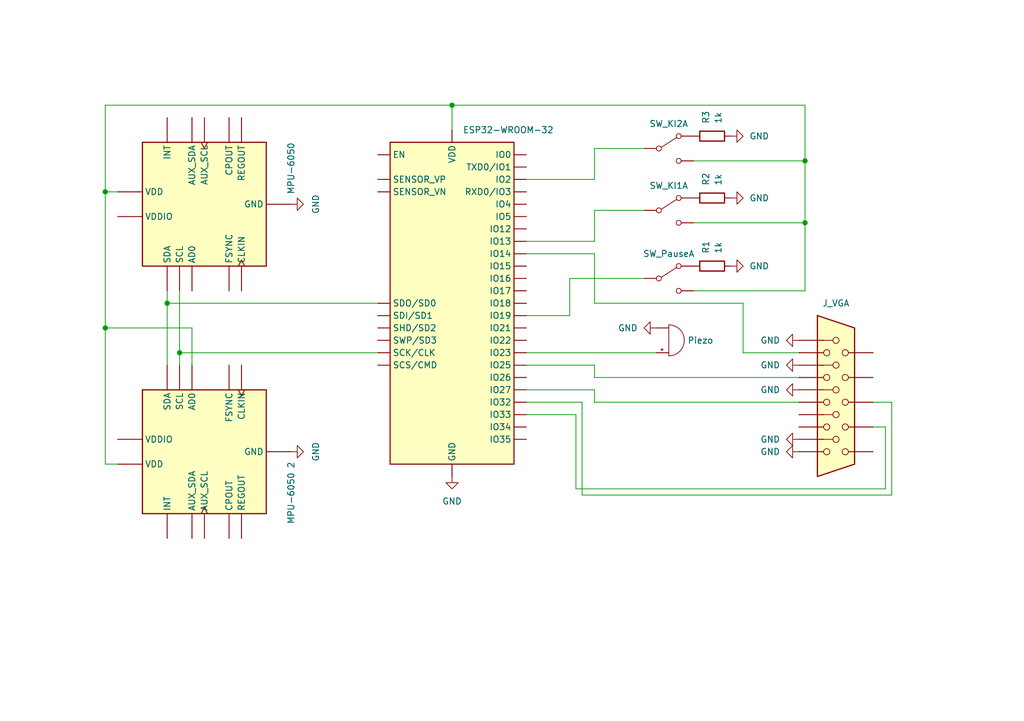
<source format=kicad_sch>
(kicad_sch
	(version 20231120)
	(generator "eeschema")
	(generator_version "8.0")
	(uuid "9538e4ed-27e6-4c37-b989-9859dc0d49e8")
	(paper "A5")
	(lib_symbols
		(symbol "Connector:DB15_Female_HighDensity"
			(pin_numbers hide)
			(pin_names
				(offset 1.016) hide)
			(exclude_from_sim no)
			(in_bom yes)
			(on_board yes)
			(property "Reference" "J"
				(at 0 21.59 0)
				(effects
					(font
						(size 1.27 1.27)
					)
				)
			)
			(property "Value" "DB15_Female_HighDensity"
				(at 0 19.05 0)
				(effects
					(font
						(size 1.27 1.27)
					)
				)
			)
			(property "Footprint" ""
				(at -24.13 10.16 0)
				(effects
					(font
						(size 1.27 1.27)
					)
					(hide yes)
				)
			)
			(property "Datasheet" " ~"
				(at -24.13 10.16 0)
				(effects
					(font
						(size 1.27 1.27)
					)
					(hide yes)
				)
			)
			(property "Description" "15-pin female D-SUB connector, High density (3 columns), Triple Row, Generic, VGA-connector"
				(at 0 0 0)
				(effects
					(font
						(size 1.27 1.27)
					)
					(hide yes)
				)
			)
			(property "ki_keywords" "connector db15 VGA female D-SUB"
				(at 0 0 0)
				(effects
					(font
						(size 1.27 1.27)
					)
					(hide yes)
				)
			)
			(property "ki_fp_filters" "DSUB*Female*"
				(at 0 0 0)
				(effects
					(font
						(size 1.27 1.27)
					)
					(hide yes)
				)
			)
			(symbol "DB15_Female_HighDensity_0_1"
				(circle
					(center -1.905 -10.16)
					(radius 0.635)
					(stroke
						(width 0)
						(type default)
					)
					(fill
						(type none)
					)
				)
				(circle
					(center -1.905 -5.08)
					(radius 0.635)
					(stroke
						(width 0)
						(type default)
					)
					(fill
						(type none)
					)
				)
				(circle
					(center -1.905 0)
					(radius 0.635)
					(stroke
						(width 0)
						(type default)
					)
					(fill
						(type none)
					)
				)
				(circle
					(center -1.905 5.08)
					(radius 0.635)
					(stroke
						(width 0)
						(type default)
					)
					(fill
						(type none)
					)
				)
				(circle
					(center -1.905 10.16)
					(radius 0.635)
					(stroke
						(width 0)
						(type default)
					)
					(fill
						(type none)
					)
				)
				(circle
					(center 0 -7.62)
					(radius 0.635)
					(stroke
						(width 0)
						(type default)
					)
					(fill
						(type none)
					)
				)
				(circle
					(center 0 -2.54)
					(radius 0.635)
					(stroke
						(width 0)
						(type default)
					)
					(fill
						(type none)
					)
				)
				(polyline
					(pts
						(xy -3.175 7.62) (xy -0.635 7.62)
					)
					(stroke
						(width 0)
						(type default)
					)
					(fill
						(type none)
					)
				)
				(polyline
					(pts
						(xy -0.635 -7.62) (xy -3.175 -7.62)
					)
					(stroke
						(width 0)
						(type default)
					)
					(fill
						(type none)
					)
				)
				(polyline
					(pts
						(xy -0.635 -2.54) (xy -3.175 -2.54)
					)
					(stroke
						(width 0)
						(type default)
					)
					(fill
						(type none)
					)
				)
				(polyline
					(pts
						(xy -0.635 2.54) (xy -3.175 2.54)
					)
					(stroke
						(width 0)
						(type default)
					)
					(fill
						(type none)
					)
				)
				(polyline
					(pts
						(xy -0.635 12.7) (xy -3.175 12.7)
					)
					(stroke
						(width 0)
						(type default)
					)
					(fill
						(type none)
					)
				)
				(polyline
					(pts
						(xy -3.81 17.78) (xy -3.81 -15.24) (xy 3.81 -12.7) (xy 3.81 15.24) (xy -3.81 17.78)
					)
					(stroke
						(width 0.254)
						(type default)
					)
					(fill
						(type background)
					)
				)
				(circle
					(center 0 2.54)
					(radius 0.635)
					(stroke
						(width 0)
						(type default)
					)
					(fill
						(type none)
					)
				)
				(circle
					(center 0 7.62)
					(radius 0.635)
					(stroke
						(width 0)
						(type default)
					)
					(fill
						(type none)
					)
				)
				(circle
					(center 0 12.7)
					(radius 0.635)
					(stroke
						(width 0)
						(type default)
					)
					(fill
						(type none)
					)
				)
				(circle
					(center 1.905 -10.16)
					(radius 0.635)
					(stroke
						(width 0)
						(type default)
					)
					(fill
						(type none)
					)
				)
				(circle
					(center 1.905 -5.08)
					(radius 0.635)
					(stroke
						(width 0)
						(type default)
					)
					(fill
						(type none)
					)
				)
				(circle
					(center 1.905 0)
					(radius 0.635)
					(stroke
						(width 0)
						(type default)
					)
					(fill
						(type none)
					)
				)
				(circle
					(center 1.905 5.08)
					(radius 0.635)
					(stroke
						(width 0)
						(type default)
					)
					(fill
						(type none)
					)
				)
				(circle
					(center 1.905 10.16)
					(radius 0.635)
					(stroke
						(width 0)
						(type default)
					)
					(fill
						(type none)
					)
				)
			)
			(symbol "DB15_Female_HighDensity_1_1"
				(pin passive line
					(at -7.62 10.16 0)
					(length 5.08)
					(name "~"
						(effects
							(font
								(size 1.27 1.27)
							)
						)
					)
					(number "1"
						(effects
							(font
								(size 1.27 1.27)
							)
						)
					)
				)
				(pin passive line
					(at -7.62 -7.62 0)
					(length 5.08)
					(name "~"
						(effects
							(font
								(size 1.27 1.27)
							)
						)
					)
					(number "10"
						(effects
							(font
								(size 1.27 1.27)
							)
						)
					)
				)
				(pin passive line
					(at 7.62 10.16 180)
					(length 5.08)
					(name "~"
						(effects
							(font
								(size 1.27 1.27)
							)
						)
					)
					(number "11"
						(effects
							(font
								(size 1.27 1.27)
							)
						)
					)
				)
				(pin passive line
					(at 7.62 5.08 180)
					(length 5.08)
					(name "~"
						(effects
							(font
								(size 1.27 1.27)
							)
						)
					)
					(number "12"
						(effects
							(font
								(size 1.27 1.27)
							)
						)
					)
				)
				(pin passive line
					(at 7.62 0 180)
					(length 5.08)
					(name "~"
						(effects
							(font
								(size 1.27 1.27)
							)
						)
					)
					(number "13"
						(effects
							(font
								(size 1.27 1.27)
							)
						)
					)
				)
				(pin passive line
					(at 7.62 -5.08 180)
					(length 5.08)
					(name "~"
						(effects
							(font
								(size 1.27 1.27)
							)
						)
					)
					(number "14"
						(effects
							(font
								(size 1.27 1.27)
							)
						)
					)
				)
				(pin passive line
					(at 7.62 -10.16 180)
					(length 5.08)
					(name "~"
						(effects
							(font
								(size 1.27 1.27)
							)
						)
					)
					(number "15"
						(effects
							(font
								(size 1.27 1.27)
							)
						)
					)
				)
				(pin passive line
					(at -7.62 5.08 0)
					(length 5.08)
					(name "~"
						(effects
							(font
								(size 1.27 1.27)
							)
						)
					)
					(number "2"
						(effects
							(font
								(size 1.27 1.27)
							)
						)
					)
				)
				(pin passive line
					(at -7.62 0 0)
					(length 5.08)
					(name "~"
						(effects
							(font
								(size 1.27 1.27)
							)
						)
					)
					(number "3"
						(effects
							(font
								(size 1.27 1.27)
							)
						)
					)
				)
				(pin passive line
					(at -7.62 -5.08 0)
					(length 5.08)
					(name "~"
						(effects
							(font
								(size 1.27 1.27)
							)
						)
					)
					(number "4"
						(effects
							(font
								(size 1.27 1.27)
							)
						)
					)
				)
				(pin passive line
					(at -7.62 -10.16 0)
					(length 5.08)
					(name "~"
						(effects
							(font
								(size 1.27 1.27)
							)
						)
					)
					(number "5"
						(effects
							(font
								(size 1.27 1.27)
							)
						)
					)
				)
				(pin passive line
					(at -7.62 12.7 0)
					(length 5.08)
					(name "~"
						(effects
							(font
								(size 1.27 1.27)
							)
						)
					)
					(number "6"
						(effects
							(font
								(size 1.27 1.27)
							)
						)
					)
				)
				(pin passive line
					(at -7.62 7.62 0)
					(length 5.08)
					(name "~"
						(effects
							(font
								(size 1.27 1.27)
							)
						)
					)
					(number "7"
						(effects
							(font
								(size 1.27 1.27)
							)
						)
					)
				)
				(pin passive line
					(at -7.62 2.54 0)
					(length 5.08)
					(name "~"
						(effects
							(font
								(size 1.27 1.27)
							)
						)
					)
					(number "8"
						(effects
							(font
								(size 1.27 1.27)
							)
						)
					)
				)
				(pin passive line
					(at -7.62 -2.54 0)
					(length 5.08)
					(name "~"
						(effects
							(font
								(size 1.27 1.27)
							)
						)
					)
					(number "9"
						(effects
							(font
								(size 1.27 1.27)
							)
						)
					)
				)
			)
		)
		(symbol "Device:Buzzer"
			(pin_numbers hide)
			(pin_names
				(offset 0.0254) hide)
			(exclude_from_sim no)
			(in_bom yes)
			(on_board yes)
			(property "Reference" "BZ"
				(at 3.81 1.27 0)
				(effects
					(font
						(size 1.27 1.27)
					)
					(justify left)
				)
			)
			(property "Value" "Buzzer"
				(at 3.81 -1.27 0)
				(effects
					(font
						(size 1.27 1.27)
					)
					(justify left)
				)
			)
			(property "Footprint" ""
				(at -0.635 2.54 90)
				(effects
					(font
						(size 1.27 1.27)
					)
					(hide yes)
				)
			)
			(property "Datasheet" "~"
				(at -0.635 2.54 90)
				(effects
					(font
						(size 1.27 1.27)
					)
					(hide yes)
				)
			)
			(property "Description" "Buzzer, polarized"
				(at 0 0 0)
				(effects
					(font
						(size 1.27 1.27)
					)
					(hide yes)
				)
			)
			(property "ki_keywords" "quartz resonator ceramic"
				(at 0 0 0)
				(effects
					(font
						(size 1.27 1.27)
					)
					(hide yes)
				)
			)
			(property "ki_fp_filters" "*Buzzer*"
				(at 0 0 0)
				(effects
					(font
						(size 1.27 1.27)
					)
					(hide yes)
				)
			)
			(symbol "Buzzer_0_1"
				(arc
					(start 0 -3.175)
					(mid 3.1612 0)
					(end 0 3.175)
					(stroke
						(width 0)
						(type default)
					)
					(fill
						(type none)
					)
				)
				(polyline
					(pts
						(xy -1.651 1.905) (xy -1.143 1.905)
					)
					(stroke
						(width 0)
						(type default)
					)
					(fill
						(type none)
					)
				)
				(polyline
					(pts
						(xy -1.397 2.159) (xy -1.397 1.651)
					)
					(stroke
						(width 0)
						(type default)
					)
					(fill
						(type none)
					)
				)
				(polyline
					(pts
						(xy 0 3.175) (xy 0 -3.175)
					)
					(stroke
						(width 0)
						(type default)
					)
					(fill
						(type none)
					)
				)
			)
			(symbol "Buzzer_1_1"
				(pin passive line
					(at -2.54 2.54 0)
					(length 2.54)
					(name "-"
						(effects
							(font
								(size 1.27 1.27)
							)
						)
					)
					(number "1"
						(effects
							(font
								(size 1.27 1.27)
							)
						)
					)
				)
				(pin passive line
					(at -2.54 -2.54 0)
					(length 2.54)
					(name "+"
						(effects
							(font
								(size 1.27 1.27)
							)
						)
					)
					(number "2"
						(effects
							(font
								(size 1.27 1.27)
							)
						)
					)
				)
			)
		)
		(symbol "Device:R"
			(pin_numbers hide)
			(pin_names
				(offset 0)
			)
			(exclude_from_sim no)
			(in_bom yes)
			(on_board yes)
			(property "Reference" "R"
				(at 2.032 0 90)
				(effects
					(font
						(size 1.27 1.27)
					)
				)
			)
			(property "Value" "R"
				(at 0 0 90)
				(effects
					(font
						(size 1.27 1.27)
					)
				)
			)
			(property "Footprint" ""
				(at -1.778 0 90)
				(effects
					(font
						(size 1.27 1.27)
					)
					(hide yes)
				)
			)
			(property "Datasheet" "~"
				(at 0 0 0)
				(effects
					(font
						(size 1.27 1.27)
					)
					(hide yes)
				)
			)
			(property "Description" "Resistor"
				(at 0 0 0)
				(effects
					(font
						(size 1.27 1.27)
					)
					(hide yes)
				)
			)
			(property "ki_keywords" "R res resistor"
				(at 0 0 0)
				(effects
					(font
						(size 1.27 1.27)
					)
					(hide yes)
				)
			)
			(property "ki_fp_filters" "R_*"
				(at 0 0 0)
				(effects
					(font
						(size 1.27 1.27)
					)
					(hide yes)
				)
			)
			(symbol "R_0_1"
				(rectangle
					(start -1.016 -2.54)
					(end 1.016 2.54)
					(stroke
						(width 0.254)
						(type default)
					)
					(fill
						(type none)
					)
				)
			)
			(symbol "R_1_1"
				(pin passive line
					(at 0 3.81 270)
					(length 1.27)
					(name "~"
						(effects
							(font
								(size 1.27 1.27)
							)
						)
					)
					(number "1"
						(effects
							(font
								(size 1.27 1.27)
							)
						)
					)
				)
				(pin passive line
					(at 0 -3.81 90)
					(length 1.27)
					(name "~"
						(effects
							(font
								(size 1.27 1.27)
							)
						)
					)
					(number "2"
						(effects
							(font
								(size 1.27 1.27)
							)
						)
					)
				)
			)
		)
		(symbol "MPU-6050_1"
			(pin_numbers hide)
			(exclude_from_sim no)
			(in_bom yes)
			(on_board yes)
			(property "Reference" "U"
				(at -11.43 13.97 0)
				(effects
					(font
						(size 1.27 1.27)
					)
				)
			)
			(property "Value" "MPU-6050"
				(at 7.62 -13.97 0)
				(effects
					(font
						(size 1.27 1.27)
					)
				)
			)
			(property "Footprint" "Sensor_Motion:InvenSense_QFN-24_4x4mm_P0.5mm"
				(at 0 -20.32 0)
				(effects
					(font
						(size 1.27 1.27)
					)
					(hide yes)
				)
			)
			(property "Datasheet" "https://store.invensense.com/datasheets/invensense/MPU-6050_DataSheet_V3%204.pdf"
				(at 0 -3.81 0)
				(effects
					(font
						(size 1.27 1.27)
					)
					(hide yes)
				)
			)
			(property "Description" "InvenSense 6-Axis Motion Sensor, Gyroscope, Accelerometer, I2C"
				(at 0 0 0)
				(effects
					(font
						(size 1.27 1.27)
					)
					(hide yes)
				)
			)
			(property "ki_keywords" "mems"
				(at 0 0 0)
				(effects
					(font
						(size 1.27 1.27)
					)
					(hide yes)
				)
			)
			(property "ki_fp_filters" "*QFN-24*4x4mm*P0.5mm*"
				(at 0 0 0)
				(effects
					(font
						(size 1.27 1.27)
					)
					(hide yes)
				)
			)
			(symbol "MPU-6050_1_0_1"
				(rectangle
					(start -12.7 12.7)
					(end 12.7 -12.7)
					(stroke
						(width 0.254)
						(type default)
					)
					(fill
						(type background)
					)
				)
			)
			(symbol "MPU-6050_1_1_1"
				(pin input clock
					(at -17.78 -7.62 0)
					(length 5.08)
					(name "CLKIN"
						(effects
							(font
								(size 1.27 1.27)
							)
						)
					)
					(number "1"
						(effects
							(font
								(size 1.27 1.27)
							)
						)
					)
				)
				(pin passive line
					(at 17.78 -7.62 180)
					(length 5.08)
					(name "REGOUT"
						(effects
							(font
								(size 1.27 1.27)
							)
						)
					)
					(number "10"
						(effects
							(font
								(size 1.27 1.27)
							)
						)
					)
				)
				(pin input line
					(at -17.78 -5.08 0)
					(length 5.08)
					(name "FSYNC"
						(effects
							(font
								(size 1.27 1.27)
							)
						)
					)
					(number "11"
						(effects
							(font
								(size 1.27 1.27)
							)
						)
					)
				)
				(pin output line
					(at 17.78 7.62 180)
					(length 5.08)
					(name "INT"
						(effects
							(font
								(size 1.27 1.27)
							)
						)
					)
					(number "12"
						(effects
							(font
								(size 1.27 1.27)
							)
						)
					)
				)
				(pin power_in line
					(at 2.54 17.78 270)
					(length 5.08)
					(name "VDD"
						(effects
							(font
								(size 1.27 1.27)
							)
						)
					)
					(number "13"
						(effects
							(font
								(size 1.27 1.27)
							)
						)
					)
				)
				(pin power_in line
					(at 0 -17.78 90)
					(length 5.08)
					(name "GND"
						(effects
							(font
								(size 1.27 1.27)
							)
						)
					)
					(number "18"
						(effects
							(font
								(size 1.27 1.27)
							)
						)
					)
				)
				(pin passive line
					(at 17.78 -5.08 180)
					(length 5.08)
					(name "CPOUT"
						(effects
							(font
								(size 1.27 1.27)
							)
						)
					)
					(number "20"
						(effects
							(font
								(size 1.27 1.27)
							)
						)
					)
				)
				(pin input line
					(at -17.78 5.08 0)
					(length 5.08)
					(name "SCL"
						(effects
							(font
								(size 1.27 1.27)
							)
						)
					)
					(number "23"
						(effects
							(font
								(size 1.27 1.27)
							)
						)
					)
				)
				(pin bidirectional line
					(at -17.78 7.62 0)
					(length 5.08)
					(name "SDA"
						(effects
							(font
								(size 1.27 1.27)
							)
						)
					)
					(number "24"
						(effects
							(font
								(size 1.27 1.27)
							)
						)
					)
				)
				(pin bidirectional line
					(at 17.78 2.54 180)
					(length 5.08)
					(name "AUX_SDA"
						(effects
							(font
								(size 1.27 1.27)
							)
						)
					)
					(number "6"
						(effects
							(font
								(size 1.27 1.27)
							)
						)
					)
				)
				(pin output clock
					(at 17.78 0 180)
					(length 5.08)
					(name "AUX_SCL"
						(effects
							(font
								(size 1.27 1.27)
							)
						)
					)
					(number "7"
						(effects
							(font
								(size 1.27 1.27)
							)
						)
					)
				)
				(pin power_in line
					(at -2.54 17.78 270)
					(length 5.08)
					(name "VDDIO"
						(effects
							(font
								(size 1.27 1.27)
							)
						)
					)
					(number "8"
						(effects
							(font
								(size 1.27 1.27)
							)
						)
					)
				)
				(pin input line
					(at -17.78 2.54 0)
					(length 5.08)
					(name "AD0"
						(effects
							(font
								(size 1.27 1.27)
							)
						)
					)
					(number "9"
						(effects
							(font
								(size 1.27 1.27)
							)
						)
					)
				)
			)
		)
		(symbol "RF_Module:ESP32-WROOM-32"
			(pin_numbers hide)
			(exclude_from_sim no)
			(in_bom yes)
			(on_board yes)
			(property "Reference" "U"
				(at -12.7 34.29 0)
				(effects
					(font
						(size 1.27 1.27)
					)
					(justify left)
				)
			)
			(property "Value" "ESP32-WROOM-32"
				(at 1.27 34.29 0)
				(effects
					(font
						(size 1.27 1.27)
					)
					(justify left)
				)
			)
			(property "Footprint" "RF_Module:ESP32-WROOM-32"
				(at 0 -38.1 0)
				(effects
					(font
						(size 1.27 1.27)
					)
					(hide yes)
				)
			)
			(property "Datasheet" "https://www.espressif.com/sites/default/files/documentation/esp32-wroom-32_datasheet_en.pdf"
				(at -7.62 1.27 0)
				(effects
					(font
						(size 1.27 1.27)
					)
					(hide yes)
				)
			)
			(property "Description" "RF Module, ESP32-D0WDQ6 SoC, Wi-Fi 802.11b/g/n, Bluetooth, BLE, 32-bit, 2.7-3.6V, onboard antenna, SMD"
				(at 0 0 0)
				(effects
					(font
						(size 1.27 1.27)
					)
					(hide yes)
				)
			)
			(property "ki_keywords" "RF Radio BT ESP ESP32 Espressif onboard PCB antenna"
				(at 0 0 0)
				(effects
					(font
						(size 1.27 1.27)
					)
					(hide yes)
				)
			)
			(property "ki_fp_filters" "ESP32?WROOM?32*"
				(at 0 0 0)
				(effects
					(font
						(size 1.27 1.27)
					)
					(hide yes)
				)
			)
			(symbol "ESP32-WROOM-32_0_1"
				(rectangle
					(start -12.7 33.02)
					(end 12.7 -33.02)
					(stroke
						(width 0.254)
						(type default)
					)
					(fill
						(type background)
					)
				)
			)
			(symbol "ESP32-WROOM-32_1_1"
				(pin power_in line
					(at 0 -35.56 90)
					(length 2.54)
					(name "GND"
						(effects
							(font
								(size 1.27 1.27)
							)
						)
					)
					(number "1"
						(effects
							(font
								(size 1.27 1.27)
							)
						)
					)
				)
				(pin bidirectional line
					(at 15.24 -12.7 180)
					(length 2.54)
					(name "IO25"
						(effects
							(font
								(size 1.27 1.27)
							)
						)
					)
					(number "10"
						(effects
							(font
								(size 1.27 1.27)
							)
						)
					)
				)
				(pin bidirectional line
					(at 15.24 -15.24 180)
					(length 2.54)
					(name "IO26"
						(effects
							(font
								(size 1.27 1.27)
							)
						)
					)
					(number "11"
						(effects
							(font
								(size 1.27 1.27)
							)
						)
					)
				)
				(pin bidirectional line
					(at 15.24 -17.78 180)
					(length 2.54)
					(name "IO27"
						(effects
							(font
								(size 1.27 1.27)
							)
						)
					)
					(number "12"
						(effects
							(font
								(size 1.27 1.27)
							)
						)
					)
				)
				(pin bidirectional line
					(at 15.24 10.16 180)
					(length 2.54)
					(name "IO14"
						(effects
							(font
								(size 1.27 1.27)
							)
						)
					)
					(number "13"
						(effects
							(font
								(size 1.27 1.27)
							)
						)
					)
				)
				(pin bidirectional line
					(at 15.24 15.24 180)
					(length 2.54)
					(name "IO12"
						(effects
							(font
								(size 1.27 1.27)
							)
						)
					)
					(number "14"
						(effects
							(font
								(size 1.27 1.27)
							)
						)
					)
				)
				(pin passive line
					(at 0 -35.56 90)
					(length 2.54) hide
					(name "GND"
						(effects
							(font
								(size 1.27 1.27)
							)
						)
					)
					(number "15"
						(effects
							(font
								(size 1.27 1.27)
							)
						)
					)
				)
				(pin bidirectional line
					(at 15.24 12.7 180)
					(length 2.54)
					(name "IO13"
						(effects
							(font
								(size 1.27 1.27)
							)
						)
					)
					(number "16"
						(effects
							(font
								(size 1.27 1.27)
							)
						)
					)
				)
				(pin bidirectional line
					(at -15.24 -5.08 0)
					(length 2.54)
					(name "SHD/SD2"
						(effects
							(font
								(size 1.27 1.27)
							)
						)
					)
					(number "17"
						(effects
							(font
								(size 1.27 1.27)
							)
						)
					)
				)
				(pin bidirectional line
					(at -15.24 -7.62 0)
					(length 2.54)
					(name "SWP/SD3"
						(effects
							(font
								(size 1.27 1.27)
							)
						)
					)
					(number "18"
						(effects
							(font
								(size 1.27 1.27)
							)
						)
					)
				)
				(pin bidirectional line
					(at -15.24 -12.7 0)
					(length 2.54)
					(name "SCS/CMD"
						(effects
							(font
								(size 1.27 1.27)
							)
						)
					)
					(number "19"
						(effects
							(font
								(size 1.27 1.27)
							)
						)
					)
				)
				(pin power_in line
					(at 0 35.56 270)
					(length 2.54)
					(name "VDD"
						(effects
							(font
								(size 1.27 1.27)
							)
						)
					)
					(number "2"
						(effects
							(font
								(size 1.27 1.27)
							)
						)
					)
				)
				(pin bidirectional line
					(at -15.24 -10.16 0)
					(length 2.54)
					(name "SCK/CLK"
						(effects
							(font
								(size 1.27 1.27)
							)
						)
					)
					(number "20"
						(effects
							(font
								(size 1.27 1.27)
							)
						)
					)
				)
				(pin bidirectional line
					(at -15.24 0 0)
					(length 2.54)
					(name "SDO/SD0"
						(effects
							(font
								(size 1.27 1.27)
							)
						)
					)
					(number "21"
						(effects
							(font
								(size 1.27 1.27)
							)
						)
					)
				)
				(pin bidirectional line
					(at -15.24 -2.54 0)
					(length 2.54)
					(name "SDI/SD1"
						(effects
							(font
								(size 1.27 1.27)
							)
						)
					)
					(number "22"
						(effects
							(font
								(size 1.27 1.27)
							)
						)
					)
				)
				(pin bidirectional line
					(at 15.24 7.62 180)
					(length 2.54)
					(name "IO15"
						(effects
							(font
								(size 1.27 1.27)
							)
						)
					)
					(number "23"
						(effects
							(font
								(size 1.27 1.27)
							)
						)
					)
				)
				(pin bidirectional line
					(at 15.24 25.4 180)
					(length 2.54)
					(name "IO2"
						(effects
							(font
								(size 1.27 1.27)
							)
						)
					)
					(number "24"
						(effects
							(font
								(size 1.27 1.27)
							)
						)
					)
				)
				(pin bidirectional line
					(at 15.24 30.48 180)
					(length 2.54)
					(name "IO0"
						(effects
							(font
								(size 1.27 1.27)
							)
						)
					)
					(number "25"
						(effects
							(font
								(size 1.27 1.27)
							)
						)
					)
				)
				(pin bidirectional line
					(at 15.24 20.32 180)
					(length 2.54)
					(name "IO4"
						(effects
							(font
								(size 1.27 1.27)
							)
						)
					)
					(number "26"
						(effects
							(font
								(size 1.27 1.27)
							)
						)
					)
				)
				(pin bidirectional line
					(at 15.24 5.08 180)
					(length 2.54)
					(name "IO16"
						(effects
							(font
								(size 1.27 1.27)
							)
						)
					)
					(number "27"
						(effects
							(font
								(size 1.27 1.27)
							)
						)
					)
				)
				(pin bidirectional line
					(at 15.24 2.54 180)
					(length 2.54)
					(name "IO17"
						(effects
							(font
								(size 1.27 1.27)
							)
						)
					)
					(number "28"
						(effects
							(font
								(size 1.27 1.27)
							)
						)
					)
				)
				(pin bidirectional line
					(at 15.24 17.78 180)
					(length 2.54)
					(name "IO5"
						(effects
							(font
								(size 1.27 1.27)
							)
						)
					)
					(number "29"
						(effects
							(font
								(size 1.27 1.27)
							)
						)
					)
				)
				(pin input line
					(at -15.24 30.48 0)
					(length 2.54)
					(name "EN"
						(effects
							(font
								(size 1.27 1.27)
							)
						)
					)
					(number "3"
						(effects
							(font
								(size 1.27 1.27)
							)
						)
					)
				)
				(pin bidirectional line
					(at 15.24 0 180)
					(length 2.54)
					(name "IO18"
						(effects
							(font
								(size 1.27 1.27)
							)
						)
					)
					(number "30"
						(effects
							(font
								(size 1.27 1.27)
							)
						)
					)
				)
				(pin bidirectional line
					(at 15.24 -2.54 180)
					(length 2.54)
					(name "IO19"
						(effects
							(font
								(size 1.27 1.27)
							)
						)
					)
					(number "31"
						(effects
							(font
								(size 1.27 1.27)
							)
						)
					)
				)
				(pin no_connect line
					(at -12.7 -27.94 0)
					(length 2.54) hide
					(name "NC"
						(effects
							(font
								(size 1.27 1.27)
							)
						)
					)
					(number "32"
						(effects
							(font
								(size 1.27 1.27)
							)
						)
					)
				)
				(pin bidirectional line
					(at 15.24 -5.08 180)
					(length 2.54)
					(name "IO21"
						(effects
							(font
								(size 1.27 1.27)
							)
						)
					)
					(number "33"
						(effects
							(font
								(size 1.27 1.27)
							)
						)
					)
				)
				(pin bidirectional line
					(at 15.24 22.86 180)
					(length 2.54)
					(name "RXD0/IO3"
						(effects
							(font
								(size 1.27 1.27)
							)
						)
					)
					(number "34"
						(effects
							(font
								(size 1.27 1.27)
							)
						)
					)
				)
				(pin bidirectional line
					(at 15.24 27.94 180)
					(length 2.54)
					(name "TXD0/IO1"
						(effects
							(font
								(size 1.27 1.27)
							)
						)
					)
					(number "35"
						(effects
							(font
								(size 1.27 1.27)
							)
						)
					)
				)
				(pin bidirectional line
					(at 15.24 -7.62 180)
					(length 2.54)
					(name "IO22"
						(effects
							(font
								(size 1.27 1.27)
							)
						)
					)
					(number "36"
						(effects
							(font
								(size 1.27 1.27)
							)
						)
					)
				)
				(pin bidirectional line
					(at 15.24 -10.16 180)
					(length 2.54)
					(name "IO23"
						(effects
							(font
								(size 1.27 1.27)
							)
						)
					)
					(number "37"
						(effects
							(font
								(size 1.27 1.27)
							)
						)
					)
				)
				(pin passive line
					(at 0 -35.56 90)
					(length 2.54) hide
					(name "GND"
						(effects
							(font
								(size 1.27 1.27)
							)
						)
					)
					(number "38"
						(effects
							(font
								(size 1.27 1.27)
							)
						)
					)
				)
				(pin passive line
					(at 0 -35.56 90)
					(length 2.54) hide
					(name "GND"
						(effects
							(font
								(size 1.27 1.27)
							)
						)
					)
					(number "39"
						(effects
							(font
								(size 1.27 1.27)
							)
						)
					)
				)
				(pin input line
					(at -15.24 25.4 0)
					(length 2.54)
					(name "SENSOR_VP"
						(effects
							(font
								(size 1.27 1.27)
							)
						)
					)
					(number "4"
						(effects
							(font
								(size 1.27 1.27)
							)
						)
					)
				)
				(pin input line
					(at -15.24 22.86 0)
					(length 2.54)
					(name "SENSOR_VN"
						(effects
							(font
								(size 1.27 1.27)
							)
						)
					)
					(number "5"
						(effects
							(font
								(size 1.27 1.27)
							)
						)
					)
				)
				(pin input line
					(at 15.24 -25.4 180)
					(length 2.54)
					(name "IO34"
						(effects
							(font
								(size 1.27 1.27)
							)
						)
					)
					(number "6"
						(effects
							(font
								(size 1.27 1.27)
							)
						)
					)
				)
				(pin input line
					(at 15.24 -27.94 180)
					(length 2.54)
					(name "IO35"
						(effects
							(font
								(size 1.27 1.27)
							)
						)
					)
					(number "7"
						(effects
							(font
								(size 1.27 1.27)
							)
						)
					)
				)
				(pin bidirectional line
					(at 15.24 -20.32 180)
					(length 2.54)
					(name "IO32"
						(effects
							(font
								(size 1.27 1.27)
							)
						)
					)
					(number "8"
						(effects
							(font
								(size 1.27 1.27)
							)
						)
					)
				)
				(pin bidirectional line
					(at 15.24 -22.86 180)
					(length 2.54)
					(name "IO33"
						(effects
							(font
								(size 1.27 1.27)
							)
						)
					)
					(number "9"
						(effects
							(font
								(size 1.27 1.27)
							)
						)
					)
				)
			)
		)
		(symbol "SW_DPDT_x2_1"
			(pin_numbers hide)
			(pin_names
				(offset 0) hide)
			(exclude_from_sim no)
			(in_bom yes)
			(on_board yes)
			(property "Reference" "SW"
				(at 0 4.318 0)
				(effects
					(font
						(size 1.27 1.27)
					)
				)
			)
			(property "Value" "SW_DPDT_x2"
				(at 0 -5.08 0)
				(effects
					(font
						(size 1.27 1.27)
					)
				)
			)
			(property "Footprint" ""
				(at 0 0 0)
				(effects
					(font
						(size 1.27 1.27)
					)
					(hide yes)
				)
			)
			(property "Datasheet" "~"
				(at 0 0 0)
				(effects
					(font
						(size 1.27 1.27)
					)
					(hide yes)
				)
			)
			(property "Description" "Switch, dual pole double throw, separate symbols"
				(at 0 0 0)
				(effects
					(font
						(size 1.27 1.27)
					)
					(hide yes)
				)
			)
			(property "ki_keywords" "switch dual-pole double-throw DPDT spdt ON-ON"
				(at 0 0 0)
				(effects
					(font
						(size 1.27 1.27)
					)
					(hide yes)
				)
			)
			(property "ki_fp_filters" "SW*DPDT*"
				(at 0 0 0)
				(effects
					(font
						(size 1.27 1.27)
					)
					(hide yes)
				)
			)
			(symbol "SW_DPDT_x2_1_0_0"
				(circle
					(center -2.032 0)
					(radius 0.508)
					(stroke
						(width 0)
						(type default)
					)
					(fill
						(type none)
					)
				)
				(circle
					(center 2.032 -2.54)
					(radius 0.508)
					(stroke
						(width 0)
						(type default)
					)
					(fill
						(type none)
					)
				)
			)
			(symbol "SW_DPDT_x2_1_0_1"
				(polyline
					(pts
						(xy -1.524 0.254) (xy 1.651 2.286)
					)
					(stroke
						(width 0)
						(type default)
					)
					(fill
						(type none)
					)
				)
				(circle
					(center 2.032 2.54)
					(radius 0.508)
					(stroke
						(width 0)
						(type default)
					)
					(fill
						(type none)
					)
				)
			)
			(symbol "SW_DPDT_x2_1_1_1"
				(pin passive line
					(at 5.08 2.54 180)
					(length 2.54)
					(name "A"
						(effects
							(font
								(size 1.27 1.27)
							)
						)
					)
					(number "1"
						(effects
							(font
								(size 1.27 1.27)
							)
						)
					)
				)
				(pin passive line
					(at -5.08 0 0)
					(length 2.54)
					(name "B"
						(effects
							(font
								(size 1.27 1.27)
							)
						)
					)
					(number "2"
						(effects
							(font
								(size 1.27 1.27)
							)
						)
					)
				)
				(pin passive line
					(at 5.08 -2.54 180)
					(length 2.54)
					(name "C"
						(effects
							(font
								(size 1.27 1.27)
							)
						)
					)
					(number "3"
						(effects
							(font
								(size 1.27 1.27)
							)
						)
					)
				)
			)
			(symbol "SW_DPDT_x2_1_2_1"
				(pin passive line
					(at 5.08 2.54 180)
					(length 2.54)
					(name "A"
						(effects
							(font
								(size 1.27 1.27)
							)
						)
					)
					(number "4"
						(effects
							(font
								(size 1.27 1.27)
							)
						)
					)
				)
				(pin passive line
					(at -5.08 0 0)
					(length 2.54)
					(name "B"
						(effects
							(font
								(size 1.27 1.27)
							)
						)
					)
					(number "5"
						(effects
							(font
								(size 1.27 1.27)
							)
						)
					)
				)
				(pin passive line
					(at 5.08 -2.54 180)
					(length 2.54)
					(name "C"
						(effects
							(font
								(size 1.27 1.27)
							)
						)
					)
					(number "6"
						(effects
							(font
								(size 1.27 1.27)
							)
						)
					)
				)
			)
		)
		(symbol "SW_DPDT_x2_2"
			(pin_numbers hide)
			(pin_names
				(offset 0) hide)
			(exclude_from_sim no)
			(in_bom yes)
			(on_board yes)
			(property "Reference" "SW"
				(at 0 4.318 0)
				(effects
					(font
						(size 1.27 1.27)
					)
				)
			)
			(property "Value" "SW_DPDT_x2"
				(at 0 -5.08 0)
				(effects
					(font
						(size 1.27 1.27)
					)
				)
			)
			(property "Footprint" ""
				(at 0 0 0)
				(effects
					(font
						(size 1.27 1.27)
					)
					(hide yes)
				)
			)
			(property "Datasheet" "~"
				(at 0 0 0)
				(effects
					(font
						(size 1.27 1.27)
					)
					(hide yes)
				)
			)
			(property "Description" "Switch, dual pole double throw, separate symbols"
				(at 0 0 0)
				(effects
					(font
						(size 1.27 1.27)
					)
					(hide yes)
				)
			)
			(property "ki_keywords" "switch dual-pole double-throw DPDT spdt ON-ON"
				(at 0 0 0)
				(effects
					(font
						(size 1.27 1.27)
					)
					(hide yes)
				)
			)
			(property "ki_fp_filters" "SW*DPDT*"
				(at 0 0 0)
				(effects
					(font
						(size 1.27 1.27)
					)
					(hide yes)
				)
			)
			(symbol "SW_DPDT_x2_2_0_0"
				(circle
					(center -2.032 0)
					(radius 0.508)
					(stroke
						(width 0)
						(type default)
					)
					(fill
						(type none)
					)
				)
				(circle
					(center 2.032 -2.54)
					(radius 0.508)
					(stroke
						(width 0)
						(type default)
					)
					(fill
						(type none)
					)
				)
			)
			(symbol "SW_DPDT_x2_2_0_1"
				(polyline
					(pts
						(xy -1.524 0.254) (xy 1.651 2.286)
					)
					(stroke
						(width 0)
						(type default)
					)
					(fill
						(type none)
					)
				)
				(circle
					(center 2.032 2.54)
					(radius 0.508)
					(stroke
						(width 0)
						(type default)
					)
					(fill
						(type none)
					)
				)
			)
			(symbol "SW_DPDT_x2_2_1_1"
				(pin passive line
					(at 5.08 2.54 180)
					(length 2.54)
					(name "A"
						(effects
							(font
								(size 1.27 1.27)
							)
						)
					)
					(number "1"
						(effects
							(font
								(size 1.27 1.27)
							)
						)
					)
				)
				(pin passive line
					(at -5.08 0 0)
					(length 2.54)
					(name "B"
						(effects
							(font
								(size 1.27 1.27)
							)
						)
					)
					(number "2"
						(effects
							(font
								(size 1.27 1.27)
							)
						)
					)
				)
				(pin passive line
					(at 5.08 -2.54 180)
					(length 2.54)
					(name "C"
						(effects
							(font
								(size 1.27 1.27)
							)
						)
					)
					(number "3"
						(effects
							(font
								(size 1.27 1.27)
							)
						)
					)
				)
			)
			(symbol "SW_DPDT_x2_2_2_1"
				(pin passive line
					(at 5.08 2.54 180)
					(length 2.54)
					(name "A"
						(effects
							(font
								(size 1.27 1.27)
							)
						)
					)
					(number "4"
						(effects
							(font
								(size 1.27 1.27)
							)
						)
					)
				)
				(pin passive line
					(at -5.08 0 0)
					(length 2.54)
					(name "B"
						(effects
							(font
								(size 1.27 1.27)
							)
						)
					)
					(number "5"
						(effects
							(font
								(size 1.27 1.27)
							)
						)
					)
				)
				(pin passive line
					(at 5.08 -2.54 180)
					(length 2.54)
					(name "C"
						(effects
							(font
								(size 1.27 1.27)
							)
						)
					)
					(number "6"
						(effects
							(font
								(size 1.27 1.27)
							)
						)
					)
				)
			)
		)
		(symbol "Sensor_Motion:MPU-6050"
			(pin_numbers hide)
			(exclude_from_sim no)
			(in_bom yes)
			(on_board yes)
			(property "Reference" "U"
				(at -11.43 13.97 0)
				(effects
					(font
						(size 1.27 1.27)
					)
				)
			)
			(property "Value" "MPU-6050"
				(at 7.62 -13.97 0)
				(effects
					(font
						(size 1.27 1.27)
					)
				)
			)
			(property "Footprint" "Sensor_Motion:InvenSense_QFN-24_4x4mm_P0.5mm"
				(at 0 -20.32 0)
				(effects
					(font
						(size 1.27 1.27)
					)
					(hide yes)
				)
			)
			(property "Datasheet" "https://store.invensense.com/datasheets/invensense/MPU-6050_DataSheet_V3%204.pdf"
				(at 0 -3.81 0)
				(effects
					(font
						(size 1.27 1.27)
					)
					(hide yes)
				)
			)
			(property "Description" "InvenSense 6-Axis Motion Sensor, Gyroscope, Accelerometer, I2C"
				(at 0 0 0)
				(effects
					(font
						(size 1.27 1.27)
					)
					(hide yes)
				)
			)
			(property "ki_keywords" "mems"
				(at 0 0 0)
				(effects
					(font
						(size 1.27 1.27)
					)
					(hide yes)
				)
			)
			(property "ki_fp_filters" "*QFN-24*4x4mm*P0.5mm*"
				(at 0 0 0)
				(effects
					(font
						(size 1.27 1.27)
					)
					(hide yes)
				)
			)
			(symbol "MPU-6050_0_1"
				(rectangle
					(start -12.7 12.7)
					(end 12.7 -12.7)
					(stroke
						(width 0.254)
						(type default)
					)
					(fill
						(type background)
					)
				)
			)
			(symbol "MPU-6050_1_1"
				(pin input clock
					(at -17.78 -7.62 0)
					(length 5.08)
					(name "CLKIN"
						(effects
							(font
								(size 1.27 1.27)
							)
						)
					)
					(number "1"
						(effects
							(font
								(size 1.27 1.27)
							)
						)
					)
				)
				(pin passive line
					(at 17.78 -7.62 180)
					(length 5.08)
					(name "REGOUT"
						(effects
							(font
								(size 1.27 1.27)
							)
						)
					)
					(number "10"
						(effects
							(font
								(size 1.27 1.27)
							)
						)
					)
				)
				(pin input line
					(at -17.78 -5.08 0)
					(length 5.08)
					(name "FSYNC"
						(effects
							(font
								(size 1.27 1.27)
							)
						)
					)
					(number "11"
						(effects
							(font
								(size 1.27 1.27)
							)
						)
					)
				)
				(pin output line
					(at 17.78 7.62 180)
					(length 5.08)
					(name "INT"
						(effects
							(font
								(size 1.27 1.27)
							)
						)
					)
					(number "12"
						(effects
							(font
								(size 1.27 1.27)
							)
						)
					)
				)
				(pin power_in line
					(at 2.54 17.78 270)
					(length 5.08)
					(name "VDD"
						(effects
							(font
								(size 1.27 1.27)
							)
						)
					)
					(number "13"
						(effects
							(font
								(size 1.27 1.27)
							)
						)
					)
				)
				(pin power_in line
					(at 0 -17.78 90)
					(length 5.08)
					(name "GND"
						(effects
							(font
								(size 1.27 1.27)
							)
						)
					)
					(number "18"
						(effects
							(font
								(size 1.27 1.27)
							)
						)
					)
				)
				(pin passive line
					(at 17.78 -5.08 180)
					(length 5.08)
					(name "CPOUT"
						(effects
							(font
								(size 1.27 1.27)
							)
						)
					)
					(number "20"
						(effects
							(font
								(size 1.27 1.27)
							)
						)
					)
				)
				(pin input line
					(at -17.78 5.08 0)
					(length 5.08)
					(name "SCL"
						(effects
							(font
								(size 1.27 1.27)
							)
						)
					)
					(number "23"
						(effects
							(font
								(size 1.27 1.27)
							)
						)
					)
				)
				(pin bidirectional line
					(at -17.78 7.62 0)
					(length 5.08)
					(name "SDA"
						(effects
							(font
								(size 1.27 1.27)
							)
						)
					)
					(number "24"
						(effects
							(font
								(size 1.27 1.27)
							)
						)
					)
				)
				(pin bidirectional line
					(at 17.78 2.54 180)
					(length 5.08)
					(name "AUX_SDA"
						(effects
							(font
								(size 1.27 1.27)
							)
						)
					)
					(number "6"
						(effects
							(font
								(size 1.27 1.27)
							)
						)
					)
				)
				(pin output clock
					(at 17.78 0 180)
					(length 5.08)
					(name "AUX_SCL"
						(effects
							(font
								(size 1.27 1.27)
							)
						)
					)
					(number "7"
						(effects
							(font
								(size 1.27 1.27)
							)
						)
					)
				)
				(pin power_in line
					(at -2.54 17.78 270)
					(length 5.08)
					(name "VDDIO"
						(effects
							(font
								(size 1.27 1.27)
							)
						)
					)
					(number "8"
						(effects
							(font
								(size 1.27 1.27)
							)
						)
					)
				)
				(pin input line
					(at -17.78 2.54 0)
					(length 5.08)
					(name "AD0"
						(effects
							(font
								(size 1.27 1.27)
							)
						)
					)
					(number "9"
						(effects
							(font
								(size 1.27 1.27)
							)
						)
					)
				)
			)
		)
		(symbol "Switch:SW_DPDT_x2"
			(pin_numbers hide)
			(pin_names
				(offset 0) hide)
			(exclude_from_sim no)
			(in_bom yes)
			(on_board yes)
			(property "Reference" "SW"
				(at 0 4.318 0)
				(effects
					(font
						(size 1.27 1.27)
					)
				)
			)
			(property "Value" "SW_DPDT_x2"
				(at 0 -5.08 0)
				(effects
					(font
						(size 1.27 1.27)
					)
				)
			)
			(property "Footprint" ""
				(at 0 0 0)
				(effects
					(font
						(size 1.27 1.27)
					)
					(hide yes)
				)
			)
			(property "Datasheet" "~"
				(at 0 0 0)
				(effects
					(font
						(size 1.27 1.27)
					)
					(hide yes)
				)
			)
			(property "Description" "Switch, dual pole double throw, separate symbols"
				(at 0 0 0)
				(effects
					(font
						(size 1.27 1.27)
					)
					(hide yes)
				)
			)
			(property "ki_keywords" "switch dual-pole double-throw DPDT spdt ON-ON"
				(at 0 0 0)
				(effects
					(font
						(size 1.27 1.27)
					)
					(hide yes)
				)
			)
			(property "ki_fp_filters" "SW*DPDT*"
				(at 0 0 0)
				(effects
					(font
						(size 1.27 1.27)
					)
					(hide yes)
				)
			)
			(symbol "SW_DPDT_x2_0_0"
				(circle
					(center -2.032 0)
					(radius 0.508)
					(stroke
						(width 0)
						(type default)
					)
					(fill
						(type none)
					)
				)
				(circle
					(center 2.032 -2.54)
					(radius 0.508)
					(stroke
						(width 0)
						(type default)
					)
					(fill
						(type none)
					)
				)
			)
			(symbol "SW_DPDT_x2_0_1"
				(polyline
					(pts
						(xy -1.524 0.254) (xy 1.651 2.286)
					)
					(stroke
						(width 0)
						(type default)
					)
					(fill
						(type none)
					)
				)
				(circle
					(center 2.032 2.54)
					(radius 0.508)
					(stroke
						(width 0)
						(type default)
					)
					(fill
						(type none)
					)
				)
			)
			(symbol "SW_DPDT_x2_1_1"
				(pin passive line
					(at 5.08 2.54 180)
					(length 2.54)
					(name "A"
						(effects
							(font
								(size 1.27 1.27)
							)
						)
					)
					(number "1"
						(effects
							(font
								(size 1.27 1.27)
							)
						)
					)
				)
				(pin passive line
					(at -5.08 0 0)
					(length 2.54)
					(name "B"
						(effects
							(font
								(size 1.27 1.27)
							)
						)
					)
					(number "2"
						(effects
							(font
								(size 1.27 1.27)
							)
						)
					)
				)
				(pin passive line
					(at 5.08 -2.54 180)
					(length 2.54)
					(name "C"
						(effects
							(font
								(size 1.27 1.27)
							)
						)
					)
					(number "3"
						(effects
							(font
								(size 1.27 1.27)
							)
						)
					)
				)
			)
			(symbol "SW_DPDT_x2_2_1"
				(pin passive line
					(at 5.08 2.54 180)
					(length 2.54)
					(name "A"
						(effects
							(font
								(size 1.27 1.27)
							)
						)
					)
					(number "4"
						(effects
							(font
								(size 1.27 1.27)
							)
						)
					)
				)
				(pin passive line
					(at -5.08 0 0)
					(length 2.54)
					(name "B"
						(effects
							(font
								(size 1.27 1.27)
							)
						)
					)
					(number "5"
						(effects
							(font
								(size 1.27 1.27)
							)
						)
					)
				)
				(pin passive line
					(at 5.08 -2.54 180)
					(length 2.54)
					(name "C"
						(effects
							(font
								(size 1.27 1.27)
							)
						)
					)
					(number "6"
						(effects
							(font
								(size 1.27 1.27)
							)
						)
					)
				)
			)
		)
		(symbol "power:GND"
			(power)
			(pin_names
				(offset 0)
			)
			(exclude_from_sim no)
			(in_bom yes)
			(on_board yes)
			(property "Reference" "#PWR"
				(at 0 -6.35 0)
				(effects
					(font
						(size 1.27 1.27)
					)
					(hide yes)
				)
			)
			(property "Value" "GND"
				(at 0 -3.81 0)
				(effects
					(font
						(size 1.27 1.27)
					)
				)
			)
			(property "Footprint" ""
				(at 0 0 0)
				(effects
					(font
						(size 1.27 1.27)
					)
					(hide yes)
				)
			)
			(property "Datasheet" ""
				(at 0 0 0)
				(effects
					(font
						(size 1.27 1.27)
					)
					(hide yes)
				)
			)
			(property "Description" "Power symbol creates a global label with name \"GND\" , ground"
				(at 0 0 0)
				(effects
					(font
						(size 1.27 1.27)
					)
					(hide yes)
				)
			)
			(property "ki_keywords" "power-flag"
				(at 0 0 0)
				(effects
					(font
						(size 1.27 1.27)
					)
					(hide yes)
				)
			)
			(symbol "GND_0_1"
				(polyline
					(pts
						(xy 0 0) (xy 0 -1.27) (xy 1.27 -1.27) (xy 0 -2.54) (xy -1.27 -1.27) (xy 0 -1.27)
					)
					(stroke
						(width 0)
						(type default)
					)
					(fill
						(type none)
					)
				)
			)
			(symbol "GND_1_1"
				(pin power_in line
					(at 0 0 270)
					(length 0) hide
					(name "GND"
						(effects
							(font
								(size 1.27 1.27)
							)
						)
					)
					(number "1"
						(effects
							(font
								(size 1.27 1.27)
							)
						)
					)
				)
			)
		)
	)
	(junction
		(at 92.71 21.59)
		(diameter 0)
		(color 0 0 0 0)
		(uuid "0af6aea0-2be9-425d-a828-856864afc8a3")
	)
	(junction
		(at 34.29 62.23)
		(diameter 0)
		(color 0 0 0 0)
		(uuid "1cd19d1e-2cca-4c4e-8e47-141f6aec5cb2")
	)
	(junction
		(at 21.59 67.31)
		(diameter 0)
		(color 0 0 0 0)
		(uuid "559bcdb2-c65e-47d6-93d2-8fc4a142eb2b")
	)
	(junction
		(at 36.83 72.39)
		(diameter 0)
		(color 0 0 0 0)
		(uuid "5e669193-6a9a-4085-be62-fcb558b76956")
	)
	(junction
		(at 165.1 33.02)
		(diameter 0)
		(color 0 0 0 0)
		(uuid "81b739d9-eebc-45a0-85bf-fadae6317738")
	)
	(junction
		(at 165.1 45.72)
		(diameter 0)
		(color 0 0 0 0)
		(uuid "bfab96fb-df2e-4cb0-b021-7ac0ad9d82b6")
	)
	(junction
		(at 21.59 39.37)
		(diameter 0)
		(color 0 0 0 0)
		(uuid "e69870a6-115d-488d-9e21-b5a2d842bba9")
	)
	(wire
		(pts
			(xy 107.95 72.39) (xy 134.62 72.39)
		)
		(stroke
			(width 0)
			(type default)
		)
		(uuid "0cdece40-2dd6-4cbb-881d-13b93e018a0f")
	)
	(wire
		(pts
			(xy 182.88 82.55) (xy 182.88 101.6)
		)
		(stroke
			(width 0)
			(type default)
		)
		(uuid "10295db5-02b4-4cfb-be1d-adf190e2b662")
	)
	(wire
		(pts
			(xy 34.29 62.23) (xy 77.47 62.23)
		)
		(stroke
			(width 0)
			(type default)
		)
		(uuid "10a0027d-faa9-4ecd-93a5-d520f2c6f9ec")
	)
	(wire
		(pts
			(xy 165.1 59.69) (xy 165.1 45.72)
		)
		(stroke
			(width 0)
			(type default)
		)
		(uuid "13822963-4226-443d-bcaf-4ae5c2fcf425")
	)
	(wire
		(pts
			(xy 121.92 74.93) (xy 107.95 74.93)
		)
		(stroke
			(width 0)
			(type default)
		)
		(uuid "14600917-1624-4c75-85c4-1ac3a24969fe")
	)
	(wire
		(pts
			(xy 181.61 87.63) (xy 179.07 87.63)
		)
		(stroke
			(width 0)
			(type default)
		)
		(uuid "1df705f0-c44d-4c0a-ac66-888b0edadf4b")
	)
	(wire
		(pts
			(xy 21.59 95.25) (xy 24.13 95.25)
		)
		(stroke
			(width 0)
			(type default)
		)
		(uuid "21fc0915-8b56-4a2b-8fba-8392e92e1d26")
	)
	(wire
		(pts
			(xy 92.71 21.59) (xy 165.1 21.59)
		)
		(stroke
			(width 0)
			(type default)
		)
		(uuid "22226515-321b-4ab7-9aa7-d53f1a47a6db")
	)
	(wire
		(pts
			(xy 118.11 85.09) (xy 107.95 85.09)
		)
		(stroke
			(width 0)
			(type default)
		)
		(uuid "223997c9-6fc1-4f59-a082-a71cf94d6a1f")
	)
	(wire
		(pts
			(xy 152.4 62.23) (xy 121.92 62.23)
		)
		(stroke
			(width 0)
			(type default)
		)
		(uuid "30635d99-f874-4337-8a2e-3c3bc6ebf070")
	)
	(wire
		(pts
			(xy 142.24 59.69) (xy 165.1 59.69)
		)
		(stroke
			(width 0)
			(type default)
		)
		(uuid "315c0216-cd4f-4676-adac-4f3f244d1779")
	)
	(wire
		(pts
			(xy 107.95 82.55) (xy 119.38 82.55)
		)
		(stroke
			(width 0)
			(type default)
		)
		(uuid "320bacdb-6987-46ea-aaec-333d57994eeb")
	)
	(wire
		(pts
			(xy 181.61 100.33) (xy 118.11 100.33)
		)
		(stroke
			(width 0)
			(type default)
		)
		(uuid "344a7671-d407-4e02-aa18-14b1635e1895")
	)
	(wire
		(pts
			(xy 118.11 85.09) (xy 118.11 100.33)
		)
		(stroke
			(width 0)
			(type default)
		)
		(uuid "3471de01-5dc6-4423-8f35-6ef8ccea78a3")
	)
	(wire
		(pts
			(xy 121.92 49.53) (xy 121.92 43.18)
		)
		(stroke
			(width 0)
			(type default)
		)
		(uuid "354d799e-c007-4784-9f30-83bfb5e71f17")
	)
	(wire
		(pts
			(xy 163.83 82.55) (xy 121.92 82.55)
		)
		(stroke
			(width 0)
			(type default)
		)
		(uuid "3ce7e35f-3998-4453-afa2-247def193f6c")
	)
	(wire
		(pts
			(xy 39.37 74.93) (xy 39.37 67.31)
		)
		(stroke
			(width 0)
			(type default)
		)
		(uuid "3fafd1cb-0bec-4fe5-975f-5b5ca348cc80")
	)
	(wire
		(pts
			(xy 34.29 62.23) (xy 34.29 74.93)
		)
		(stroke
			(width 0)
			(type default)
		)
		(uuid "4f482ec1-ba15-4869-b3aa-74a8bfd3e0b6")
	)
	(wire
		(pts
			(xy 21.59 67.31) (xy 21.59 95.25)
		)
		(stroke
			(width 0)
			(type default)
		)
		(uuid "51878f62-581f-47fc-9233-1253393799e1")
	)
	(wire
		(pts
			(xy 34.29 59.69) (xy 34.29 62.23)
		)
		(stroke
			(width 0)
			(type default)
		)
		(uuid "572da1bb-692d-4728-bd96-a8fde967fc8e")
	)
	(wire
		(pts
			(xy 121.92 52.07) (xy 107.95 52.07)
		)
		(stroke
			(width 0)
			(type default)
		)
		(uuid "608ca712-c906-4998-bbee-848c188f49c0")
	)
	(wire
		(pts
			(xy 36.83 72.39) (xy 77.47 72.39)
		)
		(stroke
			(width 0)
			(type default)
		)
		(uuid "65d883bc-9c0d-4a5a-95e1-94dd75421f2e")
	)
	(wire
		(pts
			(xy 107.95 49.53) (xy 121.92 49.53)
		)
		(stroke
			(width 0)
			(type default)
		)
		(uuid "66459c87-548e-42f5-9bda-3d33f667b646")
	)
	(wire
		(pts
			(xy 121.92 36.83) (xy 121.92 30.48)
		)
		(stroke
			(width 0)
			(type default)
		)
		(uuid "6be0d72e-97d7-401a-abe6-ca5a4ee4de62")
	)
	(wire
		(pts
			(xy 21.59 39.37) (xy 21.59 21.59)
		)
		(stroke
			(width 0)
			(type default)
		)
		(uuid "76025419-ac97-4613-87e6-f651f1c91dc1")
	)
	(wire
		(pts
			(xy 181.61 87.63) (xy 181.61 100.33)
		)
		(stroke
			(width 0)
			(type default)
		)
		(uuid "77712d98-e889-41ac-97e1-5822e2ed37d7")
	)
	(wire
		(pts
			(xy 163.83 72.39) (xy 152.4 72.39)
		)
		(stroke
			(width 0)
			(type default)
		)
		(uuid "78bc15df-3e87-4fde-af8f-98fe2c8a381d")
	)
	(wire
		(pts
			(xy 107.95 36.83) (xy 121.92 36.83)
		)
		(stroke
			(width 0)
			(type default)
		)
		(uuid "7c0da0fc-8c84-4255-b2ce-5e6c9c0c4dc9")
	)
	(wire
		(pts
			(xy 119.38 101.6) (xy 119.38 82.55)
		)
		(stroke
			(width 0)
			(type default)
		)
		(uuid "91b18b93-319c-491b-af55-198419200204")
	)
	(wire
		(pts
			(xy 39.37 67.31) (xy 21.59 67.31)
		)
		(stroke
			(width 0)
			(type default)
		)
		(uuid "948acab3-3e6c-45d5-95b6-4e7b3678a8ad")
	)
	(wire
		(pts
			(xy 121.92 80.01) (xy 107.95 80.01)
		)
		(stroke
			(width 0)
			(type default)
		)
		(uuid "97200586-b732-42b3-ab5b-41d291e10f83")
	)
	(wire
		(pts
			(xy 116.84 57.15) (xy 132.08 57.15)
		)
		(stroke
			(width 0)
			(type default)
		)
		(uuid "9ee90fed-3b40-4a97-89ac-c8d8edc525af")
	)
	(wire
		(pts
			(xy 142.24 45.72) (xy 165.1 45.72)
		)
		(stroke
			(width 0)
			(type default)
		)
		(uuid "a19624cc-d899-4fc3-a8aa-53d6109f3a2b")
	)
	(wire
		(pts
			(xy 182.88 101.6) (xy 119.38 101.6)
		)
		(stroke
			(width 0)
			(type default)
		)
		(uuid "a6074f51-84f7-4340-9e04-f1e32bf69684")
	)
	(wire
		(pts
			(xy 163.83 77.47) (xy 121.92 77.47)
		)
		(stroke
			(width 0)
			(type default)
		)
		(uuid "a6ef1b44-e0ad-44b9-ac4f-dabafd65cab2")
	)
	(wire
		(pts
			(xy 182.88 82.55) (xy 179.07 82.55)
		)
		(stroke
			(width 0)
			(type default)
		)
		(uuid "a75f8253-7851-4062-bd61-8fb400fa95f7")
	)
	(wire
		(pts
			(xy 165.1 33.02) (xy 165.1 21.59)
		)
		(stroke
			(width 0)
			(type default)
		)
		(uuid "a781c793-4c83-42f5-b19b-c974ff2d5923")
	)
	(wire
		(pts
			(xy 92.71 21.59) (xy 92.71 26.67)
		)
		(stroke
			(width 0)
			(type default)
		)
		(uuid "aa0681ca-f686-4a61-a1ef-4dec48518b40")
	)
	(wire
		(pts
			(xy 165.1 45.72) (xy 165.1 33.02)
		)
		(stroke
			(width 0)
			(type default)
		)
		(uuid "acdf6665-03aa-4a71-bd73-770868adb3ad")
	)
	(wire
		(pts
			(xy 21.59 21.59) (xy 92.71 21.59)
		)
		(stroke
			(width 0)
			(type default)
		)
		(uuid "ae4f2cfc-6029-40d7-a032-0ec6a27bc2d5")
	)
	(wire
		(pts
			(xy 116.84 64.77) (xy 116.84 57.15)
		)
		(stroke
			(width 0)
			(type default)
		)
		(uuid "af346325-b3c9-4795-865e-9d0656c57bc9")
	)
	(wire
		(pts
			(xy 121.92 77.47) (xy 121.92 74.93)
		)
		(stroke
			(width 0)
			(type default)
		)
		(uuid "b26e46b7-948e-4cec-aad1-1bbb9cbd69a1")
	)
	(wire
		(pts
			(xy 21.59 39.37) (xy 21.59 67.31)
		)
		(stroke
			(width 0)
			(type default)
		)
		(uuid "b2db5c90-5775-4a2c-9438-ebdb8f10fce7")
	)
	(wire
		(pts
			(xy 152.4 72.39) (xy 152.4 62.23)
		)
		(stroke
			(width 0)
			(type default)
		)
		(uuid "b2e9a66a-bd0e-47b8-9248-8e7f12b50624")
	)
	(wire
		(pts
			(xy 36.83 59.69) (xy 36.83 72.39)
		)
		(stroke
			(width 0)
			(type default)
		)
		(uuid "bedb6f18-6548-4e17-b16e-4eb54fc8b116")
	)
	(wire
		(pts
			(xy 121.92 30.48) (xy 132.08 30.48)
		)
		(stroke
			(width 0)
			(type default)
		)
		(uuid "c5a53e84-ed39-42a7-a503-963c130b0491")
	)
	(wire
		(pts
			(xy 121.92 82.55) (xy 121.92 80.01)
		)
		(stroke
			(width 0)
			(type default)
		)
		(uuid "cda0db2b-c068-446e-85be-68b79f79c038")
	)
	(wire
		(pts
			(xy 142.24 33.02) (xy 165.1 33.02)
		)
		(stroke
			(width 0)
			(type default)
		)
		(uuid "d604f6d1-7d54-48c8-8e71-266e97b67358")
	)
	(wire
		(pts
			(xy 107.95 64.77) (xy 116.84 64.77)
		)
		(stroke
			(width 0)
			(type default)
		)
		(uuid "da90df38-b2a8-4c60-889d-ae5125dab648")
	)
	(wire
		(pts
			(xy 36.83 72.39) (xy 36.83 74.93)
		)
		(stroke
			(width 0)
			(type default)
		)
		(uuid "db4d5185-aca1-44eb-a174-6ced7c3c2211")
	)
	(wire
		(pts
			(xy 121.92 43.18) (xy 132.08 43.18)
		)
		(stroke
			(width 0)
			(type default)
		)
		(uuid "efa60891-2be4-4fe3-8cd7-63c1b2bee175")
	)
	(wire
		(pts
			(xy 21.59 39.37) (xy 24.13 39.37)
		)
		(stroke
			(width 0)
			(type default)
		)
		(uuid "f11f6830-7238-4af1-aed9-07b78b82ad99")
	)
	(wire
		(pts
			(xy 121.92 62.23) (xy 121.92 52.07)
		)
		(stroke
			(width 0)
			(type default)
		)
		(uuid "f1c09bea-b16c-491c-be23-f034601f08c3")
	)
	(symbol
		(lib_id "Device:Buzzer")
		(at 137.16 69.85 0)
		(mirror x)
		(unit 1)
		(exclude_from_sim no)
		(in_bom yes)
		(on_board yes)
		(dnp no)
		(uuid "05f0e0ab-c9bc-4dad-a674-e29888f06bec")
		(property "Reference" "BZ?"
			(at 140.97 71.1201 0)
			(effects
				(font
					(size 1.27 1.27)
				)
				(justify left)
				(hide yes)
			)
		)
		(property "Value" "Piezo"
			(at 140.97 69.8501 0)
			(effects
				(font
					(size 1.27 1.27)
				)
				(justify left)
			)
		)
		(property "Footprint" ""
			(at 136.525 72.39 90)
			(effects
				(font
					(size 1.27 1.27)
				)
				(hide yes)
			)
		)
		(property "Datasheet" "~"
			(at 136.525 72.39 90)
			(effects
				(font
					(size 1.27 1.27)
				)
				(hide yes)
			)
		)
		(property "Description" ""
			(at 137.16 69.85 0)
			(effects
				(font
					(size 1.27 1.27)
				)
				(hide yes)
			)
		)
		(pin "1"
			(uuid "fb901839-5286-408b-9abe-bc6da5c66ec6")
		)
		(pin "2"
			(uuid "4d3767e6-669d-4d8f-b85b-840327449dcb")
		)
		(instances
			(project "PONG ESP32"
				(path "/9538e4ed-27e6-4c37-b989-9859dc0d49e8"
					(reference "BZ?")
					(unit 1)
				)
			)
		)
	)
	(symbol
		(lib_id "Switch:SW_DPDT_x2")
		(at 137.16 57.15 0)
		(unit 1)
		(exclude_from_sim no)
		(in_bom yes)
		(on_board yes)
		(dnp no)
		(fields_autoplaced yes)
		(uuid "08bc46b8-abf7-43f4-9e66-161057353624")
		(property "Reference" "SW_Pause"
			(at 137.16 52.07 0)
			(effects
				(font
					(size 1.27 1.27)
				)
			)
		)
		(property "Value" "SW_DPDT_x2"
			(at 137.16 52.07 0)
			(effects
				(font
					(size 1.27 1.27)
				)
				(hide yes)
			)
		)
		(property "Footprint" ""
			(at 137.16 57.15 0)
			(effects
				(font
					(size 1.27 1.27)
				)
				(hide yes)
			)
		)
		(property "Datasheet" "~"
			(at 137.16 57.15 0)
			(effects
				(font
					(size 1.27 1.27)
				)
				(hide yes)
			)
		)
		(property "Description" ""
			(at 137.16 57.15 0)
			(effects
				(font
					(size 1.27 1.27)
				)
				(hide yes)
			)
		)
		(pin "1"
			(uuid "0203cdb0-aa2a-4c67-bd1d-ad343e5c508e")
		)
		(pin "2"
			(uuid "253e2798-ec1d-4ff6-862d-bb8bbd6a5409")
		)
		(pin "3"
			(uuid "c72bd89d-372a-49f7-92e1-05bc0802aae4")
		)
		(pin "4"
			(uuid "f074fa32-06b2-4e6e-9fda-e543edde8274")
		)
		(pin "5"
			(uuid "7073468e-f470-4e35-b1ec-d214729dcdf0")
		)
		(pin "6"
			(uuid "e38febd4-e6c7-4889-b492-d1580408a4cb")
		)
		(instances
			(project "PONG ESP32"
				(path "/9538e4ed-27e6-4c37-b989-9859dc0d49e8"
					(reference "SW_Pause")
					(unit 1)
				)
			)
		)
	)
	(symbol
		(lib_id "power:GND")
		(at 59.69 92.71 90)
		(mirror x)
		(unit 1)
		(exclude_from_sim no)
		(in_bom yes)
		(on_board yes)
		(dnp no)
		(uuid "0a55a57c-5ff8-4d06-bca6-fd90b1ec3d91")
		(property "Reference" "#PWR?"
			(at 66.04 92.71 0)
			(effects
				(font
					(size 1.27 1.27)
				)
				(hide yes)
			)
		)
		(property "Value" "GND"
			(at 64.77 92.71 0)
			(effects
				(font
					(size 1.27 1.27)
				)
			)
		)
		(property "Footprint" ""
			(at 59.69 92.71 0)
			(effects
				(font
					(size 1.27 1.27)
				)
				(hide yes)
			)
		)
		(property "Datasheet" ""
			(at 59.69 92.71 0)
			(effects
				(font
					(size 1.27 1.27)
				)
				(hide yes)
			)
		)
		(property "Description" ""
			(at 59.69 92.71 0)
			(effects
				(font
					(size 1.27 1.27)
				)
				(hide yes)
			)
		)
		(pin "1"
			(uuid "184035a5-61e5-4004-8fe3-fe95542a68b5")
		)
		(instances
			(project "PONG ESP32"
				(path "/9538e4ed-27e6-4c37-b989-9859dc0d49e8"
					(reference "#PWR?")
					(unit 1)
				)
			)
		)
	)
	(symbol
		(lib_name "SW_DPDT_x2_2")
		(lib_id "Switch:SW_DPDT_x2")
		(at 137.16 30.48 0)
		(unit 1)
		(exclude_from_sim no)
		(in_bom yes)
		(on_board yes)
		(dnp no)
		(fields_autoplaced yes)
		(uuid "1011f17c-9e02-484e-9c61-0fb266967974")
		(property "Reference" "SW_KI2"
			(at 137.16 25.4 0)
			(effects
				(font
					(size 1.27 1.27)
				)
			)
		)
		(property "Value" "SW_DPDT_x2"
			(at 137.16 25.4 0)
			(effects
				(font
					(size 1.27 1.27)
				)
				(hide yes)
			)
		)
		(property "Footprint" ""
			(at 137.16 30.48 0)
			(effects
				(font
					(size 1.27 1.27)
				)
				(hide yes)
			)
		)
		(property "Datasheet" "~"
			(at 137.16 30.48 0)
			(effects
				(font
					(size 1.27 1.27)
				)
				(hide yes)
			)
		)
		(property "Description" ""
			(at 137.16 30.48 0)
			(effects
				(font
					(size 1.27 1.27)
				)
				(hide yes)
			)
		)
		(pin "1"
			(uuid "b95dbbf4-788c-4191-999d-5537189a99b4")
		)
		(pin "2"
			(uuid "7fb0b30e-dac2-4820-aac2-62a6d28913d8")
		)
		(pin "3"
			(uuid "d2d34fce-fca4-4c38-9ebf-67061a6fb525")
		)
		(pin "4"
			(uuid "ae45b726-7134-4860-9122-68478dcea88d")
		)
		(pin "6"
			(uuid "46e7a665-85f3-4f0a-be38-5a2e3a872a9a")
		)
		(pin "5"
			(uuid "e7c7a69f-ae79-4d1d-935b-cd8dbce762fa")
		)
		(instances
			(project "PONG ESP32"
				(path "/9538e4ed-27e6-4c37-b989-9859dc0d49e8"
					(reference "SW_KI2")
					(unit 1)
				)
			)
		)
	)
	(symbol
		(lib_id "power:GND")
		(at 163.83 80.01 270)
		(unit 1)
		(exclude_from_sim no)
		(in_bom yes)
		(on_board yes)
		(dnp no)
		(fields_autoplaced yes)
		(uuid "1337c6e5-e94d-4a89-825c-ef00874185d8")
		(property "Reference" "#PWR06"
			(at 157.48 80.01 0)
			(effects
				(font
					(size 1.27 1.27)
				)
				(hide yes)
			)
		)
		(property "Value" "GND"
			(at 160.02 80.0099 90)
			(effects
				(font
					(size 1.27 1.27)
				)
				(justify right)
			)
		)
		(property "Footprint" ""
			(at 163.83 80.01 0)
			(effects
				(font
					(size 1.27 1.27)
				)
				(hide yes)
			)
		)
		(property "Datasheet" ""
			(at 163.83 80.01 0)
			(effects
				(font
					(size 1.27 1.27)
				)
				(hide yes)
			)
		)
		(property "Description" ""
			(at 163.83 80.01 0)
			(effects
				(font
					(size 1.27 1.27)
				)
				(hide yes)
			)
		)
		(pin "1"
			(uuid "b0ec0dcc-bf08-453c-a5d1-d5952b452fa2")
		)
		(instances
			(project "PONG ESP32"
				(path "/9538e4ed-27e6-4c37-b989-9859dc0d49e8"
					(reference "#PWR06")
					(unit 1)
				)
			)
		)
	)
	(symbol
		(lib_id "RF_Module:ESP32-WROOM-32")
		(at 92.71 62.23 0)
		(unit 1)
		(exclude_from_sim no)
		(in_bom yes)
		(on_board yes)
		(dnp no)
		(fields_autoplaced yes)
		(uuid "18a9dea8-caa6-40a3-962a-7699d9146e17")
		(property "Reference" "U?"
			(at 94.7294 24.13 0)
			(effects
				(font
					(size 1.27 1.27)
				)
				(justify left)
				(hide yes)
			)
		)
		(property "Value" "ESP32-WROOM-32"
			(at 94.9041 26.67 0)
			(effects
				(font
					(size 1.27 1.27)
				)
				(justify left)
			)
		)
		(property "Footprint" "RF_Module:ESP32-WROOM-32"
			(at 92.71 100.33 0)
			(effects
				(font
					(size 1.27 1.27)
				)
				(hide yes)
			)
		)
		(property "Datasheet" "https://www.espressif.com/sites/default/files/documentation/esp32-wroom-32_datasheet_en.pdf"
			(at 85.09 60.96 0)
			(effects
				(font
					(size 1.27 1.27)
				)
				(hide yes)
			)
		)
		(property "Description" ""
			(at 92.71 62.23 0)
			(effects
				(font
					(size 1.27 1.27)
				)
				(hide yes)
			)
		)
		(pin "1"
			(uuid "b6ceb85d-46f8-42e1-9c68-672660fbaf7c")
		)
		(pin "10"
			(uuid "198642f2-8db4-475b-ac24-9da65c994a3a")
		)
		(pin "11"
			(uuid "f16972fb-4b2b-49d7-8715-9f31f5431405")
		)
		(pin "12"
			(uuid "937928d4-4dfb-4f2f-91d0-697ec54ac283")
		)
		(pin "13"
			(uuid "09433d97-62ec-42de-89f2-7d0b68dc1b9d")
		)
		(pin "14"
			(uuid "53548090-4b36-44b5-9ef5-2fa214b2fbf4")
		)
		(pin "15"
			(uuid "4c77837f-2440-4b7b-8e7e-430f981c7c04")
		)
		(pin "16"
			(uuid "1ebce183-d3ad-4022-b82e-9e0d8cd628db")
		)
		(pin "17"
			(uuid "e342f8d7-ca8a-47a5-a679-3c984454e9a5")
		)
		(pin "18"
			(uuid "3b9ce6b0-047c-4e71-81a7-b0a5c13aa4d2")
		)
		(pin "19"
			(uuid "ddc0999f-48c1-4a48-960f-30f430270283")
		)
		(pin "2"
			(uuid "9a334c2d-ea1e-4f9b-9563-937977728978")
		)
		(pin "20"
			(uuid "49c3a7d7-9453-4986-bcff-387f274073df")
		)
		(pin "21"
			(uuid "d0f42cc3-e2d7-4f51-9d6f-0c2eaccb6ae7")
		)
		(pin "22"
			(uuid "a9240eb1-cd96-4728-9dbf-17ea5e90b45d")
		)
		(pin "23"
			(uuid "a3eaa329-1c23-49fc-9fb5-976de81b788e")
		)
		(pin "24"
			(uuid "d9cdb60a-ecfa-4866-ad81-ca393f637bae")
		)
		(pin "25"
			(uuid "96d488aa-4d20-4ba2-8d75-10df5865e575")
		)
		(pin "26"
			(uuid "f21d4058-0da2-4512-b5f5-f906032f560a")
		)
		(pin "27"
			(uuid "cb9ac0e7-73b9-4ed2-8689-9778cfd89978")
		)
		(pin "28"
			(uuid "922b14e9-e5b4-4506-8c7b-f653748d7f34")
		)
		(pin "29"
			(uuid "7f29ecb0-6265-4d60-8278-7704387a2057")
		)
		(pin "3"
			(uuid "d0292983-0ab9-4b24-b3bd-f154f790c7ec")
		)
		(pin "30"
			(uuid "33770b56-77ab-4a0c-a675-0ef4f02f8519")
		)
		(pin "31"
			(uuid "411f21c0-dcce-4bff-ac0e-7c5571730a65")
		)
		(pin "32"
			(uuid "b45301a2-b6d7-44bd-8834-616acde30aef")
		)
		(pin "33"
			(uuid "a97d9593-88f3-490c-93d3-a1f528046ef8")
		)
		(pin "34"
			(uuid "d23aa89d-c621-4b1b-a845-8c26429d6622")
		)
		(pin "35"
			(uuid "85e898d6-983f-4977-9dfa-e5b961e989c1")
		)
		(pin "36"
			(uuid "2f58dd1b-258a-4fb6-a155-4e2931ab012c")
		)
		(pin "37"
			(uuid "cbdd084c-3cde-4340-9de6-6f6ca3f79e91")
		)
		(pin "38"
			(uuid "d32a4687-3a9c-4aaa-9fc8-6c464698f554")
		)
		(pin "39"
			(uuid "18eef4d3-c3b1-4511-89f0-f3ca5fbf521d")
		)
		(pin "4"
			(uuid "22591446-6d82-47ac-b525-9e9deb496c8c")
		)
		(pin "5"
			(uuid "6a3aff19-5e5c-466c-80b5-82ab994aaee1")
		)
		(pin "6"
			(uuid "c1fbee58-f474-4414-9110-64abd03ed7c9")
		)
		(pin "7"
			(uuid "62ed984b-c070-4de1-bd86-30aeb09fb9cd")
		)
		(pin "8"
			(uuid "d54fce64-01e8-4f5c-8f34-4e64d47e3402")
		)
		(pin "9"
			(uuid "128cfb34-809d-4606-bf29-7ab91f99e879")
		)
		(instances
			(project "PONG ESP32"
				(path "/9538e4ed-27e6-4c37-b989-9859dc0d49e8"
					(reference "U?")
					(unit 1)
				)
			)
		)
	)
	(symbol
		(lib_id "Device:R")
		(at 146.05 54.61 90)
		(unit 1)
		(exclude_from_sim no)
		(in_bom yes)
		(on_board yes)
		(dnp no)
		(fields_autoplaced yes)
		(uuid "23b66064-d124-421b-84ae-bf5db2623af4")
		(property "Reference" "R1"
			(at 144.7799 52.07 0)
			(effects
				(font
					(size 1.27 1.27)
				)
				(justify left)
			)
		)
		(property "Value" "1k"
			(at 147.3199 52.07 0)
			(effects
				(font
					(size 1.27 1.27)
				)
				(justify left)
			)
		)
		(property "Footprint" ""
			(at 146.05 56.388 90)
			(effects
				(font
					(size 1.27 1.27)
				)
				(hide yes)
			)
		)
		(property "Datasheet" "~"
			(at 146.05 54.61 0)
			(effects
				(font
					(size 1.27 1.27)
				)
				(hide yes)
			)
		)
		(property "Description" ""
			(at 146.05 54.61 0)
			(effects
				(font
					(size 1.27 1.27)
				)
				(hide yes)
			)
		)
		(pin "1"
			(uuid "9ffe1db7-d2e3-44a0-a83f-7ac37970806a")
		)
		(pin "2"
			(uuid "c9588a20-b512-4048-a93c-0b757ad376aa")
		)
		(instances
			(project "PONG ESP32"
				(path "/9538e4ed-27e6-4c37-b989-9859dc0d49e8"
					(reference "R1")
					(unit 1)
				)
			)
		)
	)
	(symbol
		(lib_id "power:GND")
		(at 149.86 54.61 90)
		(unit 1)
		(exclude_from_sim no)
		(in_bom yes)
		(on_board yes)
		(dnp no)
		(fields_autoplaced yes)
		(uuid "2acbc3e8-00e2-4404-8690-b0ba635b6431")
		(property "Reference" "#PWR03"
			(at 156.21 54.61 0)
			(effects
				(font
					(size 1.27 1.27)
				)
				(hide yes)
			)
		)
		(property "Value" "GND"
			(at 153.67 54.6099 90)
			(effects
				(font
					(size 1.27 1.27)
				)
				(justify right)
			)
		)
		(property "Footprint" ""
			(at 149.86 54.61 0)
			(effects
				(font
					(size 1.27 1.27)
				)
				(hide yes)
			)
		)
		(property "Datasheet" ""
			(at 149.86 54.61 0)
			(effects
				(font
					(size 1.27 1.27)
				)
				(hide yes)
			)
		)
		(property "Description" ""
			(at 149.86 54.61 0)
			(effects
				(font
					(size 1.27 1.27)
				)
				(hide yes)
			)
		)
		(pin "1"
			(uuid "7201d132-974f-4802-ab75-d4bbf711be94")
		)
		(instances
			(project "PONG ESP32"
				(path "/9538e4ed-27e6-4c37-b989-9859dc0d49e8"
					(reference "#PWR03")
					(unit 1)
				)
			)
		)
	)
	(symbol
		(lib_id "Connector:DB15_Female_HighDensity")
		(at 171.45 82.55 0)
		(unit 1)
		(exclude_from_sim no)
		(in_bom yes)
		(on_board yes)
		(dnp no)
		(uuid "431b662a-2cf2-490e-b264-a23ba33824ec")
		(property "Reference" "J_VGA"
			(at 171.45 62.23 0)
			(effects
				(font
					(size 1.27 1.27)
				)
			)
		)
		(property "Value" "DB15_Female_HighDensity"
			(at 171.45 62.23 0)
			(effects
				(font
					(size 1.27 1.27)
				)
				(hide yes)
			)
		)
		(property "Footprint" ""
			(at 147.32 72.39 0)
			(effects
				(font
					(size 1.27 1.27)
				)
				(hide yes)
			)
		)
		(property "Datasheet" " ~"
			(at 147.32 72.39 0)
			(effects
				(font
					(size 1.27 1.27)
				)
				(hide yes)
			)
		)
		(property "Description" ""
			(at 171.45 82.55 0)
			(effects
				(font
					(size 1.27 1.27)
				)
				(hide yes)
			)
		)
		(pin "1"
			(uuid "da4d9151-fe13-418a-af4b-a64d34918d1a")
		)
		(pin "10"
			(uuid "67ca95c5-3f12-4820-be7b-08f81e21f7df")
		)
		(pin "11"
			(uuid "d23abf19-3ccc-4587-b532-3bf42810e2c3")
		)
		(pin "12"
			(uuid "5932cde0-ea0f-43bc-8d6d-c88f27234cc8")
		)
		(pin "13"
			(uuid "66a66c25-cca2-45d7-816b-22b904c47118")
		)
		(pin "14"
			(uuid "7cfe8318-8b60-424c-8ac5-3986c14b04f1")
		)
		(pin "15"
			(uuid "4525ae04-c30a-4c84-af19-511fb2ef01b1")
		)
		(pin "2"
			(uuid "67283219-078e-4f98-8e18-0325c4535e8b")
		)
		(pin "3"
			(uuid "00bb8352-ddd8-4b0e-84c5-27cd437e1e92")
		)
		(pin "4"
			(uuid "72df63f9-1523-45bf-96a4-0b5e86ea949c")
		)
		(pin "5"
			(uuid "af4938e9-b334-4b8a-bef5-05a45081fecf")
		)
		(pin "6"
			(uuid "78480b16-929b-4eb3-af9a-f9852b270f2a")
		)
		(pin "7"
			(uuid "fa4bc420-602e-4f0b-b64a-4d0cec8a43b6")
		)
		(pin "8"
			(uuid "5d8fd938-9cc8-4d40-b06b-fb3604b9bd2d")
		)
		(pin "9"
			(uuid "eed24a92-678d-4b27-83b6-926ed7cb778f")
		)
		(instances
			(project "PONG ESP32"
				(path "/9538e4ed-27e6-4c37-b989-9859dc0d49e8"
					(reference "J_VGA")
					(unit 1)
				)
			)
		)
	)
	(symbol
		(lib_id "Sensor_Motion:MPU-6050")
		(at 41.91 41.91 90)
		(unit 1)
		(exclude_from_sim no)
		(in_bom yes)
		(on_board yes)
		(dnp no)
		(fields_autoplaced yes)
		(uuid "4fca5086-5774-4be5-bf6a-438845f88dfd")
		(property "Reference" "U?"
			(at 57.15 39.8906 0)
			(effects
				(font
					(size 1.27 1.27)
				)
				(justify left)
				(hide yes)
			)
		)
		(property "Value" "MPU-6050"
			(at 59.69 39.8906 0)
			(effects
				(font
					(size 1.27 1.27)
				)
				(justify left)
			)
		)
		(property "Footprint" "Sensor_Motion:InvenSense_QFN-24_4x4mm_P0.5mm"
			(at 62.23 41.91 0)
			(effects
				(font
					(size 1.27 1.27)
				)
				(hide yes)
			)
		)
		(property "Datasheet" "https://store.invensense.com/datasheets/invensense/MPU-6050_DataSheet_V3%204.pdf"
			(at 45.72 41.91 0)
			(effects
				(font
					(size 1.27 1.27)
				)
				(hide yes)
			)
		)
		(property "Description" ""
			(at 41.91 41.91 0)
			(effects
				(font
					(size 1.27 1.27)
				)
				(hide yes)
			)
		)
		(pin "1"
			(uuid "caf9e39a-3226-41e4-ab29-939c026f642c")
		)
		(pin "10"
			(uuid "02d6678f-95f6-418f-aae6-e433d86c4ebc")
		)
		(pin "11"
			(uuid "55dd29f1-bccc-4732-8255-1b2bf39caed5")
		)
		(pin "12"
			(uuid "840bb902-b17b-43c4-a295-428a3902bc3a")
		)
		(pin "13"
			(uuid "5a864dd6-968a-43ea-8245-35a35a67738f")
		)
		(pin "18"
			(uuid "3a5fb6f2-9a15-4b94-ad5b-562b61fab4ae")
		)
		(pin "20"
			(uuid "d2766488-5af9-444a-9369-48c0496e041a")
		)
		(pin "23"
			(uuid "a198e16a-7d00-48d6-9380-5a19225d9f80")
		)
		(pin "24"
			(uuid "2c4cfe9c-93a1-46e4-966d-914c5a038fb7")
		)
		(pin "6"
			(uuid "7c07ad76-f7eb-43f2-a2cd-5e6e17a0e261")
		)
		(pin "7"
			(uuid "33c85355-3153-4b28-b2d7-83079eb73e9e")
		)
		(pin "8"
			(uuid "b8cf5dae-6686-4c5f-81e9-d4049a1bd9b9")
		)
		(pin "9"
			(uuid "43c6b7b5-039a-43da-877f-6354a768885b")
		)
		(instances
			(project "PONG ESP32"
				(path "/9538e4ed-27e6-4c37-b989-9859dc0d49e8"
					(reference "U?")
					(unit 1)
				)
			)
		)
	)
	(symbol
		(lib_id "Device:R")
		(at 146.05 27.94 90)
		(unit 1)
		(exclude_from_sim no)
		(in_bom yes)
		(on_board yes)
		(dnp no)
		(fields_autoplaced yes)
		(uuid "541bff5a-5524-4e56-886a-74e45c2cbc75")
		(property "Reference" "R3"
			(at 144.7799 25.4 0)
			(effects
				(font
					(size 1.27 1.27)
				)
				(justify left)
			)
		)
		(property "Value" "1k"
			(at 147.3199 25.4 0)
			(effects
				(font
					(size 1.27 1.27)
				)
				(justify left)
			)
		)
		(property "Footprint" ""
			(at 146.05 29.718 90)
			(effects
				(font
					(size 1.27 1.27)
				)
				(hide yes)
			)
		)
		(property "Datasheet" "~"
			(at 146.05 27.94 0)
			(effects
				(font
					(size 1.27 1.27)
				)
				(hide yes)
			)
		)
		(property "Description" ""
			(at 146.05 27.94 0)
			(effects
				(font
					(size 1.27 1.27)
				)
				(hide yes)
			)
		)
		(pin "1"
			(uuid "71715638-a4b7-4d2d-a27a-28b8a6b3a6d1")
		)
		(pin "2"
			(uuid "c854e526-7fd6-437d-afad-6b33b075419b")
		)
		(instances
			(project "PONG ESP32"
				(path "/9538e4ed-27e6-4c37-b989-9859dc0d49e8"
					(reference "R3")
					(unit 1)
				)
			)
		)
	)
	(symbol
		(lib_id "power:GND")
		(at 163.83 92.71 270)
		(unit 1)
		(exclude_from_sim no)
		(in_bom yes)
		(on_board yes)
		(dnp no)
		(fields_autoplaced yes)
		(uuid "5938bb4b-c879-44b0-b805-2e6859a8d708")
		(property "Reference" "#PWR07"
			(at 157.48 92.71 0)
			(effects
				(font
					(size 1.27 1.27)
				)
				(hide yes)
			)
		)
		(property "Value" "GND"
			(at 160.02 92.7099 90)
			(effects
				(font
					(size 1.27 1.27)
				)
				(justify right)
			)
		)
		(property "Footprint" ""
			(at 163.83 92.71 0)
			(effects
				(font
					(size 1.27 1.27)
				)
				(hide yes)
			)
		)
		(property "Datasheet" ""
			(at 163.83 92.71 0)
			(effects
				(font
					(size 1.27 1.27)
				)
				(hide yes)
			)
		)
		(property "Description" ""
			(at 163.83 92.71 0)
			(effects
				(font
					(size 1.27 1.27)
				)
				(hide yes)
			)
		)
		(pin "1"
			(uuid "cf6a5f99-6a4d-4c1f-8524-aa8012e1c58c")
		)
		(instances
			(project "PONG ESP32"
				(path "/9538e4ed-27e6-4c37-b989-9859dc0d49e8"
					(reference "#PWR07")
					(unit 1)
				)
			)
		)
	)
	(symbol
		(lib_id "power:GND")
		(at 149.86 27.94 90)
		(unit 1)
		(exclude_from_sim no)
		(in_bom yes)
		(on_board yes)
		(dnp no)
		(fields_autoplaced yes)
		(uuid "5fa44da3-fe2c-43e9-9e1a-30cb987e5331")
		(property "Reference" "#PWR?"
			(at 156.21 27.94 0)
			(effects
				(font
					(size 1.27 1.27)
				)
				(hide yes)
			)
		)
		(property "Value" "GND"
			(at 153.67 27.9399 90)
			(effects
				(font
					(size 1.27 1.27)
				)
				(justify right)
			)
		)
		(property "Footprint" ""
			(at 149.86 27.94 0)
			(effects
				(font
					(size 1.27 1.27)
				)
				(hide yes)
			)
		)
		(property "Datasheet" ""
			(at 149.86 27.94 0)
			(effects
				(font
					(size 1.27 1.27)
				)
				(hide yes)
			)
		)
		(property "Description" ""
			(at 149.86 27.94 0)
			(effects
				(font
					(size 1.27 1.27)
				)
				(hide yes)
			)
		)
		(pin "1"
			(uuid "7aef7f4a-2611-49b0-be4d-7c63c3228874")
		)
		(instances
			(project "PONG ESP32"
				(path "/9538e4ed-27e6-4c37-b989-9859dc0d49e8"
					(reference "#PWR?")
					(unit 1)
				)
			)
		)
	)
	(symbol
		(lib_id "power:GND")
		(at 92.71 97.79 0)
		(unit 1)
		(exclude_from_sim no)
		(in_bom yes)
		(on_board yes)
		(dnp no)
		(fields_autoplaced yes)
		(uuid "74e98e43-ed2d-4c86-b956-8e6351bc9869")
		(property "Reference" "#PWR?"
			(at 92.71 104.14 0)
			(effects
				(font
					(size 1.27 1.27)
				)
				(hide yes)
			)
		)
		(property "Value" "GND"
			(at 92.71 102.87 0)
			(effects
				(font
					(size 1.27 1.27)
				)
			)
		)
		(property "Footprint" ""
			(at 92.71 97.79 0)
			(effects
				(font
					(size 1.27 1.27)
				)
				(hide yes)
			)
		)
		(property "Datasheet" ""
			(at 92.71 97.79 0)
			(effects
				(font
					(size 1.27 1.27)
				)
				(hide yes)
			)
		)
		(property "Description" ""
			(at 92.71 97.79 0)
			(effects
				(font
					(size 1.27 1.27)
				)
				(hide yes)
			)
		)
		(pin "1"
			(uuid "93859661-3e6e-4aff-ab71-d5352504171e")
		)
		(instances
			(project "PONG ESP32"
				(path "/9538e4ed-27e6-4c37-b989-9859dc0d49e8"
					(reference "#PWR?")
					(unit 1)
				)
			)
		)
	)
	(symbol
		(lib_id "power:GND")
		(at 163.83 74.93 270)
		(unit 1)
		(exclude_from_sim no)
		(in_bom yes)
		(on_board yes)
		(dnp no)
		(fields_autoplaced yes)
		(uuid "78717910-9bcb-4f3c-a41d-4c47ad4b02d6")
		(property "Reference" "#PWR05"
			(at 157.48 74.93 0)
			(effects
				(font
					(size 1.27 1.27)
				)
				(hide yes)
			)
		)
		(property "Value" "GND"
			(at 160.02 74.9299 90)
			(effects
				(font
					(size 1.27 1.27)
				)
				(justify right)
			)
		)
		(property "Footprint" ""
			(at 163.83 74.93 0)
			(effects
				(font
					(size 1.27 1.27)
				)
				(hide yes)
			)
		)
		(property "Datasheet" ""
			(at 163.83 74.93 0)
			(effects
				(font
					(size 1.27 1.27)
				)
				(hide yes)
			)
		)
		(property "Description" ""
			(at 163.83 74.93 0)
			(effects
				(font
					(size 1.27 1.27)
				)
				(hide yes)
			)
		)
		(pin "1"
			(uuid "1a970425-2a80-43b1-a65e-8f9a2c9f3e31")
		)
		(instances
			(project "PONG ESP32"
				(path "/9538e4ed-27e6-4c37-b989-9859dc0d49e8"
					(reference "#PWR05")
					(unit 1)
				)
			)
		)
	)
	(symbol
		(lib_name "SW_DPDT_x2_1")
		(lib_id "Switch:SW_DPDT_x2")
		(at 137.16 43.18 0)
		(unit 1)
		(exclude_from_sim no)
		(in_bom yes)
		(on_board yes)
		(dnp no)
		(fields_autoplaced yes)
		(uuid "90619477-3c43-415e-a3a8-b8303f59ea9e")
		(property "Reference" "SW_KI1"
			(at 137.16 38.1 0)
			(effects
				(font
					(size 1.27 1.27)
				)
			)
		)
		(property "Value" "SW_DPDT_x2"
			(at 137.16 38.1 0)
			(effects
				(font
					(size 1.27 1.27)
				)
				(hide yes)
			)
		)
		(property "Footprint" ""
			(at 137.16 43.18 0)
			(effects
				(font
					(size 1.27 1.27)
				)
				(hide yes)
			)
		)
		(property "Datasheet" "~"
			(at 137.16 43.18 0)
			(effects
				(font
					(size 1.27 1.27)
				)
				(hide yes)
			)
		)
		(property "Description" ""
			(at 137.16 43.18 0)
			(effects
				(font
					(size 1.27 1.27)
				)
				(hide yes)
			)
		)
		(pin "1"
			(uuid "618e56bb-0e69-4193-bb6b-3b72811f51ca")
		)
		(pin "2"
			(uuid "0115e92b-e21f-4f6c-952e-8e05a1e96c3f")
		)
		(pin "3"
			(uuid "b68694c4-0f20-4ca1-a771-057a3ab0e1fd")
		)
		(pin "4"
			(uuid "09bbe2c2-8dfd-488d-8deb-6ad18776ce3d")
		)
		(pin "5"
			(uuid "bf9b1be3-a178-4ab1-8744-e2e21fe1e5c3")
		)
		(pin "6"
			(uuid "af0bf7e0-3bb1-4e8c-bd8e-91489d3882e1")
		)
		(instances
			(project "PONG ESP32"
				(path "/9538e4ed-27e6-4c37-b989-9859dc0d49e8"
					(reference "SW_KI1")
					(unit 1)
				)
			)
		)
	)
	(symbol
		(lib_id "power:GND")
		(at 134.62 67.31 270)
		(mirror x)
		(unit 1)
		(exclude_from_sim no)
		(in_bom yes)
		(on_board yes)
		(dnp no)
		(uuid "99b25dbb-8db1-43e9-bd59-273b90504d5e")
		(property "Reference" "#PWR01"
			(at 128.27 67.31 0)
			(effects
				(font
					(size 1.27 1.27)
				)
				(hide yes)
			)
		)
		(property "Value" "GND"
			(at 130.81 67.3099 90)
			(effects
				(font
					(size 1.27 1.27)
				)
				(justify right)
			)
		)
		(property "Footprint" ""
			(at 134.62 67.31 0)
			(effects
				(font
					(size 1.27 1.27)
				)
				(hide yes)
			)
		)
		(property "Datasheet" ""
			(at 134.62 67.31 0)
			(effects
				(font
					(size 1.27 1.27)
				)
				(hide yes)
			)
		)
		(property "Description" ""
			(at 134.62 67.31 0)
			(effects
				(font
					(size 1.27 1.27)
				)
				(hide yes)
			)
		)
		(pin "1"
			(uuid "02524061-96e2-4e12-ab43-644b3d95b95a")
		)
		(instances
			(project "PONG ESP32"
				(path "/9538e4ed-27e6-4c37-b989-9859dc0d49e8"
					(reference "#PWR01")
					(unit 1)
				)
			)
		)
	)
	(symbol
		(lib_id "Device:R")
		(at 146.05 40.64 90)
		(unit 1)
		(exclude_from_sim no)
		(in_bom yes)
		(on_board yes)
		(dnp no)
		(fields_autoplaced yes)
		(uuid "cbc6bde9-afad-423a-9711-fc6b6580591c")
		(property "Reference" "R2"
			(at 144.7799 38.1 0)
			(effects
				(font
					(size 1.27 1.27)
				)
				(justify left)
			)
		)
		(property "Value" "1k"
			(at 147.3199 38.1 0)
			(effects
				(font
					(size 1.27 1.27)
				)
				(justify left)
			)
		)
		(property "Footprint" ""
			(at 146.05 42.418 90)
			(effects
				(font
					(size 1.27 1.27)
				)
				(hide yes)
			)
		)
		(property "Datasheet" "~"
			(at 146.05 40.64 0)
			(effects
				(font
					(size 1.27 1.27)
				)
				(hide yes)
			)
		)
		(property "Description" ""
			(at 146.05 40.64 0)
			(effects
				(font
					(size 1.27 1.27)
				)
				(hide yes)
			)
		)
		(pin "1"
			(uuid "e1109510-4127-4641-bdf8-7c26e55542e7")
		)
		(pin "2"
			(uuid "88378ab5-656a-4555-8a93-10b0e4c94585")
		)
		(instances
			(project "PONG ESP32"
				(path "/9538e4ed-27e6-4c37-b989-9859dc0d49e8"
					(reference "R2")
					(unit 1)
				)
			)
		)
	)
	(symbol
		(lib_name "MPU-6050_1")
		(lib_id "Sensor_Motion:MPU-6050")
		(at 41.91 92.71 90)
		(mirror x)
		(unit 1)
		(exclude_from_sim no)
		(in_bom yes)
		(on_board yes)
		(dnp no)
		(uuid "cfde71b5-2c91-4a06-b173-7995bc0a04de")
		(property "Reference" "U?"
			(at 57.15 94.7294 0)
			(effects
				(font
					(size 1.27 1.27)
				)
				(justify left)
				(hide yes)
			)
		)
		(property "Value" "MPU-6050 2"
			(at 59.69 94.7294 0)
			(effects
				(font
					(size 1.27 1.27)
				)
				(justify left)
			)
		)
		(property "Footprint" "Sensor_Motion:InvenSense_QFN-24_4x4mm_P0.5mm"
			(at 62.23 92.71 0)
			(effects
				(font
					(size 1.27 1.27)
				)
				(hide yes)
			)
		)
		(property "Datasheet" "https://store.invensense.com/datasheets/invensense/MPU-6050_DataSheet_V3%204.pdf"
			(at 45.72 92.71 0)
			(effects
				(font
					(size 1.27 1.27)
				)
				(hide yes)
			)
		)
		(property "Description" ""
			(at 41.91 92.71 0)
			(effects
				(font
					(size 1.27 1.27)
				)
				(hide yes)
			)
		)
		(pin "1"
			(uuid "0808d579-a9c6-43a2-aeb2-3e99cbd1e205")
		)
		(pin "10"
			(uuid "52bd4ea8-5775-4f93-8112-db94bfdf3122")
		)
		(pin "11"
			(uuid "e164abef-1a2f-440f-acd0-cf1b93fbe6e6")
		)
		(pin "12"
			(uuid "2ed38283-a81f-4fa7-8985-c55b26976af3")
		)
		(pin "13"
			(uuid "dcc22e80-605d-405d-abef-3414d44f470d")
		)
		(pin "18"
			(uuid "54676216-85c7-4724-b155-476fc6937c1a")
		)
		(pin "20"
			(uuid "cffec083-998c-40bb-bcad-9e3c90b5e3aa")
		)
		(pin "23"
			(uuid "a8bb5bb6-591e-4164-b4c7-89dc339ea112")
		)
		(pin "24"
			(uuid "b3e02f18-8f12-496d-88f3-6e55ad7e8277")
		)
		(pin "6"
			(uuid "2d485bed-7c6f-40e6-93a8-65a86a72b459")
		)
		(pin "7"
			(uuid "e656f060-2af6-4a21-97df-17f1c25bdaa0")
		)
		(pin "8"
			(uuid "b68485be-1f6e-4a36-865f-4f343893e5d4")
		)
		(pin "9"
			(uuid "9350282b-1430-40c6-ab8e-5edeae1b24f1")
		)
		(instances
			(project "PONG ESP32"
				(path "/9538e4ed-27e6-4c37-b989-9859dc0d49e8"
					(reference "U?")
					(unit 1)
				)
			)
		)
	)
	(symbol
		(lib_id "power:GND")
		(at 149.86 40.64 90)
		(unit 1)
		(exclude_from_sim no)
		(in_bom yes)
		(on_board yes)
		(dnp no)
		(fields_autoplaced yes)
		(uuid "e4da89e6-9a91-4aea-a79d-1951bc603eab")
		(property "Reference" "#PWR02"
			(at 156.21 40.64 0)
			(effects
				(font
					(size 1.27 1.27)
				)
				(hide yes)
			)
		)
		(property "Value" "GND"
			(at 153.67 40.6399 90)
			(effects
				(font
					(size 1.27 1.27)
				)
				(justify right)
			)
		)
		(property "Footprint" ""
			(at 149.86 40.64 0)
			(effects
				(font
					(size 1.27 1.27)
				)
				(hide yes)
			)
		)
		(property "Datasheet" ""
			(at 149.86 40.64 0)
			(effects
				(font
					(size 1.27 1.27)
				)
				(hide yes)
			)
		)
		(property "Description" ""
			(at 149.86 40.64 0)
			(effects
				(font
					(size 1.27 1.27)
				)
				(hide yes)
			)
		)
		(pin "1"
			(uuid "d3c1a1d0-2bd3-4501-82f2-ceb83a114599")
		)
		(instances
			(project "PONG ESP32"
				(path "/9538e4ed-27e6-4c37-b989-9859dc0d49e8"
					(reference "#PWR02")
					(unit 1)
				)
			)
		)
	)
	(symbol
		(lib_id "power:GND")
		(at 163.83 69.85 270)
		(unit 1)
		(exclude_from_sim no)
		(in_bom yes)
		(on_board yes)
		(dnp no)
		(fields_autoplaced yes)
		(uuid "f168d76a-1640-414c-b5cb-d8a2ccf03d7e")
		(property "Reference" "#PWR04"
			(at 157.48 69.85 0)
			(effects
				(font
					(size 1.27 1.27)
				)
				(hide yes)
			)
		)
		(property "Value" "GND"
			(at 160.02 69.8499 90)
			(effects
				(font
					(size 1.27 1.27)
				)
				(justify right)
			)
		)
		(property "Footprint" ""
			(at 163.83 69.85 0)
			(effects
				(font
					(size 1.27 1.27)
				)
				(hide yes)
			)
		)
		(property "Datasheet" ""
			(at 163.83 69.85 0)
			(effects
				(font
					(size 1.27 1.27)
				)
				(hide yes)
			)
		)
		(property "Description" ""
			(at 163.83 69.85 0)
			(effects
				(font
					(size 1.27 1.27)
				)
				(hide yes)
			)
		)
		(pin "1"
			(uuid "3e085971-8557-4329-9afe-4bd0424f72be")
		)
		(instances
			(project "PONG ESP32"
				(path "/9538e4ed-27e6-4c37-b989-9859dc0d49e8"
					(reference "#PWR04")
					(unit 1)
				)
			)
		)
	)
	(symbol
		(lib_id "power:GND")
		(at 163.83 90.17 270)
		(unit 1)
		(exclude_from_sim no)
		(in_bom yes)
		(on_board yes)
		(dnp no)
		(fields_autoplaced yes)
		(uuid "f1947ee0-77b1-435f-8b1e-2b34060567a8")
		(property "Reference" "#PWR?"
			(at 157.48 90.17 0)
			(effects
				(font
					(size 1.27 1.27)
				)
				(hide yes)
			)
		)
		(property "Value" "GND"
			(at 160.02 90.1699 90)
			(effects
				(font
					(size 1.27 1.27)
				)
				(justify right)
			)
		)
		(property "Footprint" ""
			(at 163.83 90.17 0)
			(effects
				(font
					(size 1.27 1.27)
				)
				(hide yes)
			)
		)
		(property "Datasheet" ""
			(at 163.83 90.17 0)
			(effects
				(font
					(size 1.27 1.27)
				)
				(hide yes)
			)
		)
		(property "Description" ""
			(at 163.83 90.17 0)
			(effects
				(font
					(size 1.27 1.27)
				)
				(hide yes)
			)
		)
		(pin "1"
			(uuid "35944708-cb56-4c88-b684-d20ec77834e0")
		)
		(instances
			(project "PONG ESP32"
				(path "/9538e4ed-27e6-4c37-b989-9859dc0d49e8"
					(reference "#PWR?")
					(unit 1)
				)
			)
		)
	)
	(symbol
		(lib_id "power:GND")
		(at 59.69 41.91 90)
		(unit 1)
		(exclude_from_sim no)
		(in_bom yes)
		(on_board yes)
		(dnp no)
		(fields_autoplaced yes)
		(uuid "feb8e66c-f6db-4d58-9e7f-83db75efb3be")
		(property "Reference" "#PWR?"
			(at 66.04 41.91 0)
			(effects
				(font
					(size 1.27 1.27)
				)
				(hide yes)
			)
		)
		(property "Value" "GND"
			(at 64.77 41.91 0)
			(effects
				(font
					(size 1.27 1.27)
				)
			)
		)
		(property "Footprint" ""
			(at 59.69 41.91 0)
			(effects
				(font
					(size 1.27 1.27)
				)
				(hide yes)
			)
		)
		(property "Datasheet" ""
			(at 59.69 41.91 0)
			(effects
				(font
					(size 1.27 1.27)
				)
				(hide yes)
			)
		)
		(property "Description" ""
			(at 59.69 41.91 0)
			(effects
				(font
					(size 1.27 1.27)
				)
				(hide yes)
			)
		)
		(pin "1"
			(uuid "2805d9b6-e3a2-48d0-9507-11fc8255a902")
		)
		(instances
			(project "PONG ESP32"
				(path "/9538e4ed-27e6-4c37-b989-9859dc0d49e8"
					(reference "#PWR?")
					(unit 1)
				)
			)
		)
	)
	(sheet_instances
		(path "/"
			(page "1")
		)
	)
)
</source>
